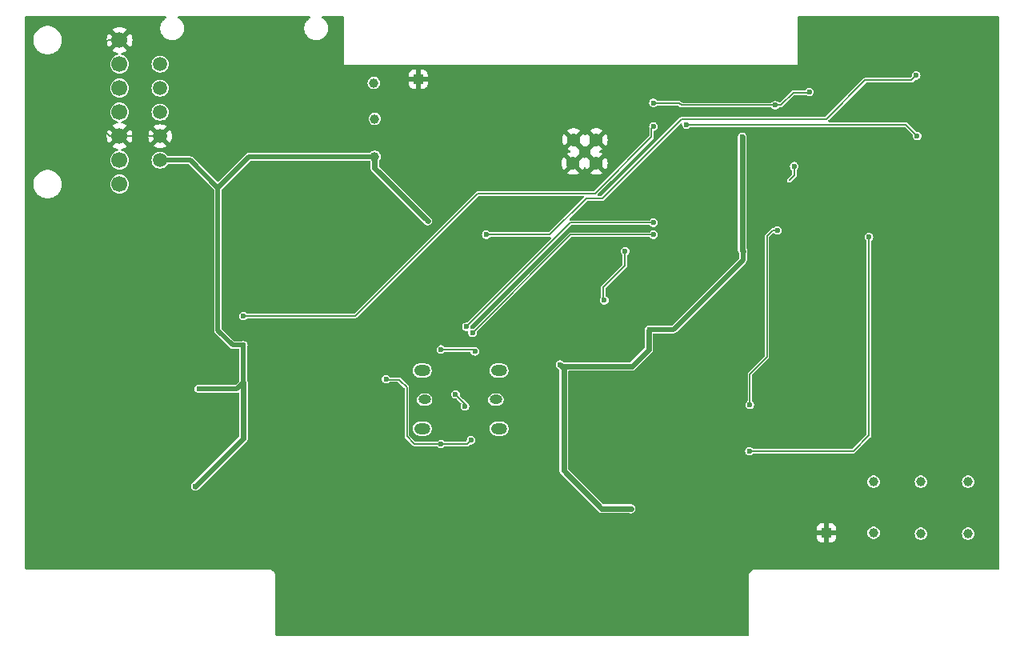
<source format=gtl>
%TF.GenerationSoftware,KiCad,Pcbnew,8.0.8*%
%TF.CreationDate,2025-02-16T18:41:09+09:00*%
%TF.ProjectId,PCB,5043422e-6b69-4636-9164-5f7063625858,rev?*%
%TF.SameCoordinates,Original*%
%TF.FileFunction,Copper,L1,Top*%
%TF.FilePolarity,Positive*%
%FSLAX46Y46*%
G04 Gerber Fmt 4.6, Leading zero omitted, Abs format (unit mm)*
G04 Created by KiCad (PCBNEW 8.0.8) date 2025-02-16 18:41:09*
%MOMM*%
%LPD*%
G01*
G04 APERTURE LIST*
%TA.AperFunction,ComponentPad*%
%ADD10C,1.000000*%
%TD*%
%TA.AperFunction,ComponentPad*%
%ADD11R,1.000000X1.000000*%
%TD*%
%TA.AperFunction,HeatsinkPad*%
%ADD12C,1.400000*%
%TD*%
%TA.AperFunction,HeatsinkPad*%
%ADD13C,1.300000*%
%TD*%
%TA.AperFunction,ComponentPad*%
%ADD14C,1.700000*%
%TD*%
%TA.AperFunction,ComponentPad*%
%ADD15C,1.500000*%
%TD*%
%TA.AperFunction,ComponentPad*%
%ADD16O,1.700000X1.200000*%
%TD*%
%TA.AperFunction,ComponentPad*%
%ADD17O,1.350000X0.950000*%
%TD*%
%TA.AperFunction,ViaPad*%
%ADD18C,0.450000*%
%TD*%
%TA.AperFunction,ViaPad*%
%ADD19C,0.600000*%
%TD*%
%TA.AperFunction,Conductor*%
%ADD20C,0.152400*%
%TD*%
%TA.AperFunction,Conductor*%
%ADD21C,0.500000*%
%TD*%
%TA.AperFunction,Conductor*%
%ADD22C,0.600000*%
%TD*%
%TA.AperFunction,Conductor*%
%ADD23C,0.200000*%
%TD*%
G04 APERTURE END LIST*
D10*
%TO.P,TP2,1,1*%
%TO.N,ESP32_IO48_EPAPER_BUSY*%
X179000000Y-102400000D03*
%TD*%
%TO.P,TP10,1,1*%
%TO.N,+3V3*%
X126200000Y-62600000D03*
%TD*%
%TO.P,TP3,1,1*%
%TO.N,ESP32_IO47_EPAPER_RST*%
X184000000Y-102500000D03*
%TD*%
D11*
%TO.P,TP11,1,1*%
%TO.N,GND*%
X130800000Y-54400000D03*
%TD*%
D10*
%TO.P,TP8,1,1*%
%TO.N,ESP32_IO01_SCL*%
X126100000Y-54800000D03*
%TD*%
%TO.P,TP4,1,1*%
%TO.N,ESP32_IO21_EPAPER_DC*%
X189000000Y-102500000D03*
%TD*%
%TO.P,TP5,1,1*%
%TO.N,ESP32_IO14_EPAPER_CS*%
X179000000Y-97000000D03*
%TD*%
D12*
%TO.P,U4,41,GND*%
%TO.N,GND*%
X149650000Y-63300000D03*
X149650000Y-60800000D03*
D13*
X148450000Y-62100000D03*
D12*
X147250000Y-60800000D03*
X147200000Y-63300000D03*
%TD*%
D14*
%TO.P,U1,1,SDO*%
%TO.N,GND*%
X99200000Y-50260000D03*
%TO.P,U1,2,SCK*%
%TO.N,ESP32_IO01_SCL*%
X99200000Y-52800000D03*
%TO.P,U1,3,SDI*%
%TO.N,ESP32_IO02_SDA*%
X99200000Y-55340000D03*
%TO.P,U1,4,CSB*%
%TO.N,+3V3*%
X99200000Y-57880000D03*
%TO.P,U1,5,GND*%
%TO.N,GND*%
X99200000Y-60420000D03*
%TO.P,U1,6,V_core*%
%TO.N,+3V3*%
X99200000Y-62960000D03*
%TO.P,U1,7,V_io*%
X99200000Y-65500000D03*
%TD*%
D10*
%TO.P,TP7,1,1*%
%TO.N,ESP32_IO12_EPAPER_MOSI*%
X189000000Y-97000000D03*
%TD*%
%TO.P,TP6,1,1*%
%TO.N,ESP32_IO13_EPAPER_SCK*%
X184000000Y-97000000D03*
%TD*%
D11*
%TO.P,TP1,1,1*%
%TO.N,GND*%
X174000000Y-102400000D03*
%TD*%
D15*
%TO.P,U5,1,SCL*%
%TO.N,ESP32_IO01_SCL*%
X103490000Y-52810000D03*
%TO.P,U5,2,SDA*%
%TO.N,ESP32_IO02_SDA*%
X103490000Y-55350000D03*
%TO.P,U5,3,IO4*%
%TO.N,unconnected-(U5-IO4-Pad3)*%
X103490000Y-57890000D03*
%TO.P,U5,4,GND*%
%TO.N,GND*%
X103490000Y-60430000D03*
%TO.P,U5,5,3V3*%
%TO.N,+3V3*%
X103490000Y-62970000D03*
%TD*%
D10*
%TO.P,TP9,1,1*%
%TO.N,ESP32_IO02_SDA*%
X126200000Y-58600000D03*
%TD*%
D16*
%TO.P,J1,*%
%TO.N,*%
X139350000Y-91370000D03*
X139350000Y-85230000D03*
D17*
X139025000Y-88300000D03*
X131475000Y-88300000D03*
D16*
X131240000Y-91370000D03*
X131240000Y-85230000D03*
%TD*%
D18*
%TO.N,GND*%
X92900000Y-101500000D03*
X163475000Y-72600000D03*
X172200000Y-57462500D03*
X113800000Y-95937500D03*
X150500000Y-80900000D03*
X174700000Y-51800000D03*
X163800000Y-54362500D03*
X113600000Y-104062500D03*
D19*
%TO.N,+3V3*%
X165200000Y-72600000D03*
X165100000Y-60500000D03*
X107200000Y-97500000D03*
X145800000Y-84600000D03*
X153350000Y-99850000D03*
X107590000Y-87155000D03*
X112300000Y-82550000D03*
X155250000Y-80900000D03*
X131800000Y-69400000D03*
%TO.N,ESP32_EN*%
X155700000Y-56900000D03*
X172200000Y-55737500D03*
X168600000Y-57150000D03*
%TO.N,EPAPER_PREVGL*%
X170600000Y-63612500D03*
X178500000Y-71100000D03*
X165850000Y-93750000D03*
%TO.N,EPAPER_PREVGH*%
X168800000Y-70400000D03*
X165900000Y-88850000D03*
%TO.N,ESP32_IO0*%
X138000000Y-70850000D03*
X183500000Y-54000000D03*
%TO.N,ESP32_IO20*%
X136550000Y-81250000D03*
X155700000Y-70850000D03*
%TO.N,ESP32_IO46*%
X152700000Y-72600000D03*
X150500000Y-77800000D03*
%TO.N,ESP32_IO19*%
X155700000Y-69580000D03*
X134750000Y-87750000D03*
X135750000Y-89000000D03*
X135900000Y-80600000D03*
%TO.N,ESP32_IO4*%
X159200000Y-59200000D03*
X183600000Y-60400000D03*
%TO.N,VBUS*%
X136800000Y-83200000D03*
X133200000Y-83000000D03*
X127400000Y-86137500D03*
X136400000Y-92600000D03*
X133200000Y-93000000D03*
%TO.N,ESP32_IO05_SD_SW*%
X112300000Y-79450000D03*
X155700000Y-59400000D03*
%TD*%
D20*
%TO.N,GND*%
X92800000Y-101600000D02*
X92800000Y-103200000D01*
X93662500Y-104062500D02*
X113600000Y-104062500D01*
X92900000Y-101500000D02*
X92800000Y-101600000D01*
X92800000Y-103200000D02*
X93662500Y-104062500D01*
X98120000Y-60420000D02*
X99200000Y-60420000D01*
X173300000Y-51800000D02*
X174700000Y-51800000D01*
X97940000Y-50260000D02*
X97100000Y-51100000D01*
X113600000Y-104062500D02*
X113600000Y-96137500D01*
X171500000Y-53600000D02*
X173300000Y-51800000D01*
X151400000Y-80900000D02*
X150500000Y-80900000D01*
X163475000Y-72600000D02*
X159700000Y-72600000D01*
X173100000Y-55200000D02*
X173100000Y-57000000D01*
X173100000Y-57000000D02*
X172637500Y-57462500D01*
X168937500Y-54362500D02*
X169700000Y-53600000D01*
X99200000Y-50260000D02*
X97940000Y-50260000D01*
X169700000Y-53600000D02*
X171500000Y-53600000D01*
X113600000Y-96137500D02*
X113800000Y-95937500D01*
X171500000Y-53600000D02*
X173100000Y-55200000D01*
X97100000Y-51100000D02*
X97100000Y-59400000D01*
X163800000Y-54362500D02*
X168937500Y-54362500D01*
X97100000Y-59400000D02*
X98120000Y-60420000D01*
X172637500Y-57462500D02*
X172200000Y-57462500D01*
X99200000Y-60420000D02*
X103480000Y-60420000D01*
X103480000Y-60420000D02*
X103490000Y-60430000D01*
X159700000Y-72600000D02*
X151400000Y-80900000D01*
D21*
%TO.N,+3V3*%
X109600000Y-65900000D02*
X106670000Y-62970000D01*
D22*
X145800000Y-84600000D02*
X146000000Y-84800000D01*
X126200000Y-63800000D02*
X126200000Y-62600000D01*
D21*
X112300000Y-86500000D02*
X112300000Y-82550000D01*
X109600000Y-65900000D02*
X112900000Y-62600000D01*
D22*
X155200000Y-80950000D02*
X155250000Y-80900000D01*
D21*
X107590000Y-87155000D02*
X111645000Y-87155000D01*
X157800000Y-80900000D02*
X155250000Y-80900000D01*
D22*
X107200000Y-97500000D02*
X112300000Y-92400000D01*
X155200000Y-83000000D02*
X155200000Y-80950000D01*
X150250000Y-99850000D02*
X153350000Y-99850000D01*
D21*
X165200000Y-72600000D02*
X165200000Y-73500000D01*
X112900000Y-62600000D02*
X126200000Y-62600000D01*
D22*
X112300000Y-92400000D02*
X112300000Y-86500000D01*
X165100000Y-72500000D02*
X165200000Y-72600000D01*
X146000000Y-84800000D02*
X153400000Y-84800000D01*
X165100000Y-60500000D02*
X165100000Y-72500000D01*
X153400000Y-84800000D02*
X155200000Y-83000000D01*
X146200000Y-95800000D02*
X146200000Y-85000000D01*
D21*
X111645000Y-87155000D02*
X112300000Y-86500000D01*
X109600000Y-81000000D02*
X109600000Y-65900000D01*
X106670000Y-62970000D02*
X103490000Y-62970000D01*
D22*
X146200000Y-95800000D02*
X150250000Y-99850000D01*
D21*
X112300000Y-82550000D02*
X111150000Y-82550000D01*
D22*
X131800000Y-69400000D02*
X126200000Y-63800000D01*
D21*
X165200000Y-73500000D02*
X157800000Y-80900000D01*
D22*
X153300000Y-99900000D02*
X153350000Y-99850000D01*
D21*
X111150000Y-82550000D02*
X109600000Y-81000000D01*
D22*
X146200000Y-85000000D02*
X145800000Y-84600000D01*
D23*
%TO.N,ESP32_EN*%
X158650000Y-57150000D02*
X168600000Y-57150000D01*
X155700000Y-56900000D02*
X158400000Y-56900000D01*
X169150000Y-57150000D02*
X170500000Y-55800000D01*
X158400000Y-56900000D02*
X158650000Y-57150000D01*
X172137500Y-55800000D02*
X172200000Y-55737500D01*
X168600000Y-57150000D02*
X169150000Y-57150000D01*
X170500000Y-55800000D02*
X172137500Y-55800000D01*
%TO.N,EPAPER_PREVGL*%
X170600000Y-63612500D02*
X170600000Y-64600000D01*
X170600000Y-64600000D02*
X170100000Y-65100000D01*
X178500000Y-92100000D02*
X176850000Y-93750000D01*
X178500000Y-71100000D02*
X178500000Y-92100000D01*
X176850000Y-93750000D02*
X165850000Y-93750000D01*
D20*
%TO.N,EPAPER_PREVGH*%
X168300000Y-70400000D02*
X167700000Y-71000000D01*
X168800000Y-70400000D02*
X168300000Y-70400000D01*
X167700000Y-71000000D02*
X167700000Y-83800000D01*
X165900000Y-85600000D02*
X165900000Y-88850000D01*
X167700000Y-83800000D02*
X165900000Y-85600000D01*
D23*
%TO.N,ESP32_IO0*%
X138000000Y-70850000D02*
X144750000Y-70850000D01*
X148600000Y-67000000D02*
X150300000Y-67000000D01*
X158700000Y-58600000D02*
X174000000Y-58600000D01*
X178100000Y-54500000D02*
X183000000Y-54500000D01*
X174000000Y-58600000D02*
X178100000Y-54500000D01*
X183000000Y-54500000D02*
X183500000Y-54000000D01*
X144750000Y-70850000D02*
X148600000Y-67000000D01*
X150300000Y-67000000D02*
X158700000Y-58600000D01*
D20*
%TO.N,ESP32_IO20*%
X136550000Y-81250000D02*
X146950000Y-70850000D01*
X146950000Y-70850000D02*
X155700000Y-70850000D01*
D23*
%TO.N,ESP32_IO46*%
X150400000Y-76400000D02*
X150400000Y-77700000D01*
X152700000Y-72600000D02*
X152700000Y-74100000D01*
X150400000Y-77700000D02*
X150500000Y-77800000D01*
X152700000Y-74100000D02*
X150400000Y-76400000D01*
D20*
%TO.N,ESP32_IO19*%
X146920000Y-69580000D02*
X155700000Y-69580000D01*
X135750000Y-88750000D02*
X135750000Y-89000000D01*
X134750000Y-87750000D02*
X135750000Y-88750000D01*
X135900000Y-80600000D02*
X146920000Y-69580000D01*
D23*
%TO.N,ESP32_IO4*%
X159200000Y-59200000D02*
X182400000Y-59200000D01*
X182400000Y-59200000D02*
X183600000Y-60400000D01*
D20*
%TO.N,VBUS*%
X129600000Y-92200000D02*
X129600000Y-87000000D01*
X133200000Y-83000000D02*
X136600000Y-83000000D01*
X128800000Y-86200000D02*
X127462500Y-86200000D01*
X127462500Y-86200000D02*
X127400000Y-86137500D01*
X133200000Y-93000000D02*
X130400000Y-93000000D01*
X136000000Y-93000000D02*
X133200000Y-93000000D01*
X130400000Y-93000000D02*
X129600000Y-92200000D01*
X136600000Y-83000000D02*
X136800000Y-83200000D01*
X129600000Y-87000000D02*
X128800000Y-86200000D01*
X136400000Y-92600000D02*
X136000000Y-93000000D01*
%TO.N,ESP32_IO05_SD_SW*%
X155500000Y-60500000D02*
X149500000Y-66500000D01*
X137100000Y-66500000D02*
X124150000Y-79450000D01*
X149500000Y-66500000D02*
X137100000Y-66500000D01*
X155500000Y-59600000D02*
X155500000Y-60500000D01*
X155700000Y-59400000D02*
X155500000Y-59600000D01*
X124150000Y-79450000D02*
X112300000Y-79450000D01*
%TD*%
%TA.AperFunction,Conductor*%
%TO.N,GND*%
G36*
X149603554Y-62900000D02*
G01*
X149597339Y-62900000D01*
X149495606Y-62927259D01*
X149404394Y-62979920D01*
X149329920Y-63054394D01*
X149277259Y-63145606D01*
X149250000Y-63247339D01*
X149250000Y-63253554D01*
X148550212Y-62553766D01*
X148550210Y-62553763D01*
X148496447Y-62500000D01*
X148502661Y-62500000D01*
X148604394Y-62472741D01*
X148695606Y-62420080D01*
X148770080Y-62345606D01*
X148822741Y-62254394D01*
X148850000Y-62152661D01*
X148850000Y-62146446D01*
X149603554Y-62900000D01*
G37*
%TD.AperFunction*%
%TA.AperFunction,Conductor*%
G36*
X148050000Y-62152661D02*
G01*
X148077259Y-62254394D01*
X148129920Y-62345606D01*
X148204394Y-62420080D01*
X148295606Y-62472741D01*
X148397339Y-62500000D01*
X148403553Y-62500000D01*
X147782999Y-63120554D01*
X147721676Y-63154039D01*
X147696844Y-63156708D01*
X147600000Y-63253553D01*
X147600000Y-63247339D01*
X147572741Y-63145606D01*
X147520080Y-63054394D01*
X147445606Y-62979920D01*
X147354394Y-62927259D01*
X147252661Y-62900000D01*
X147246445Y-62900000D01*
X147902356Y-62244090D01*
X147963679Y-62210605D01*
X147988511Y-62207935D01*
X148050000Y-62146446D01*
X148050000Y-62152661D01*
G37*
%TD.AperFunction*%
%TA.AperFunction,Conductor*%
G36*
X148280909Y-61477355D02*
G01*
X148314394Y-61538678D01*
X148317228Y-61565036D01*
X148317228Y-61613674D01*
X148403554Y-61700000D01*
X148397339Y-61700000D01*
X148295606Y-61727259D01*
X148204394Y-61779920D01*
X148129920Y-61854394D01*
X148077259Y-61945606D01*
X148050000Y-62047339D01*
X148050000Y-62053553D01*
X147454445Y-61457998D01*
X147420960Y-61396675D01*
X147418126Y-61370317D01*
X147418126Y-61321679D01*
X147296447Y-61200000D01*
X147302661Y-61200000D01*
X147404394Y-61172741D01*
X147495606Y-61120080D01*
X147570080Y-61045606D01*
X147622741Y-60954394D01*
X147650000Y-60852661D01*
X147650000Y-60846446D01*
X148280909Y-61477355D01*
G37*
%TD.AperFunction*%
%TA.AperFunction,Conductor*%
G36*
X149250000Y-60852661D02*
G01*
X149277259Y-60954394D01*
X149329920Y-61045606D01*
X149404394Y-61120080D01*
X149495606Y-61172741D01*
X149597339Y-61200000D01*
X149603554Y-61200000D01*
X149481873Y-61321680D01*
X149481873Y-61370318D01*
X149462188Y-61437357D01*
X149445554Y-61457999D01*
X148850000Y-62053552D01*
X148850000Y-62047339D01*
X148822741Y-61945606D01*
X148770080Y-61854394D01*
X148695606Y-61779920D01*
X148604394Y-61727259D01*
X148502661Y-61700000D01*
X148496446Y-61700000D01*
X148582771Y-61613675D01*
X148582771Y-61565037D01*
X148602456Y-61497998D01*
X148619090Y-61477356D01*
X149250000Y-60846446D01*
X149250000Y-60852661D01*
G37*
%TD.AperFunction*%
%TA.AperFunction,Conductor*%
G36*
X104107250Y-47720185D02*
G01*
X104153005Y-47772989D01*
X104162949Y-47842147D01*
X104133924Y-47905703D01*
X104108364Y-47927374D01*
X104108537Y-47927612D01*
X104105370Y-47929912D01*
X104104995Y-47930231D01*
X104104594Y-47930476D01*
X104013741Y-47996485D01*
X103945354Y-48046172D01*
X103945352Y-48046174D01*
X103945351Y-48046174D01*
X103806174Y-48185351D01*
X103806174Y-48185352D01*
X103806172Y-48185354D01*
X103756485Y-48253741D01*
X103690476Y-48344594D01*
X103601117Y-48519970D01*
X103540290Y-48707173D01*
X103509500Y-48901577D01*
X103509500Y-49098422D01*
X103540290Y-49292826D01*
X103601117Y-49480029D01*
X103690476Y-49655405D01*
X103806172Y-49814646D01*
X103945354Y-49953828D01*
X104104595Y-50069524D01*
X104187455Y-50111743D01*
X104279970Y-50158882D01*
X104279972Y-50158882D01*
X104279975Y-50158884D01*
X104368326Y-50187591D01*
X104467173Y-50219709D01*
X104661578Y-50250500D01*
X104661583Y-50250500D01*
X104858422Y-50250500D01*
X105052826Y-50219709D01*
X105240025Y-50158884D01*
X105415405Y-50069524D01*
X105574646Y-49953828D01*
X105713828Y-49814646D01*
X105829524Y-49655405D01*
X105918884Y-49480025D01*
X105979709Y-49292826D01*
X106007797Y-49115485D01*
X106010500Y-49098422D01*
X106010500Y-48901577D01*
X105979709Y-48707173D01*
X105918882Y-48519970D01*
X105829523Y-48344594D01*
X105713828Y-48185354D01*
X105574646Y-48046172D01*
X105415405Y-47930476D01*
X105415005Y-47930231D01*
X105414884Y-47930098D01*
X105411463Y-47927612D01*
X105411985Y-47926893D01*
X105368127Y-47878422D01*
X105356700Y-47809493D01*
X105384354Y-47745329D01*
X105442307Y-47706301D01*
X105479789Y-47700500D01*
X119280211Y-47700500D01*
X119347250Y-47720185D01*
X119393005Y-47772989D01*
X119402949Y-47842147D01*
X119373924Y-47905703D01*
X119348364Y-47927374D01*
X119348537Y-47927612D01*
X119345370Y-47929912D01*
X119344995Y-47930231D01*
X119344594Y-47930476D01*
X119253741Y-47996485D01*
X119185354Y-48046172D01*
X119185352Y-48046174D01*
X119185351Y-48046174D01*
X119046174Y-48185351D01*
X119046174Y-48185352D01*
X119046172Y-48185354D01*
X118996485Y-48253741D01*
X118930476Y-48344594D01*
X118841117Y-48519970D01*
X118780290Y-48707173D01*
X118749500Y-48901577D01*
X118749500Y-49098422D01*
X118780290Y-49292826D01*
X118841117Y-49480029D01*
X118930476Y-49655405D01*
X119046172Y-49814646D01*
X119185354Y-49953828D01*
X119344595Y-50069524D01*
X119427455Y-50111743D01*
X119519970Y-50158882D01*
X119519972Y-50158882D01*
X119519975Y-50158884D01*
X119608326Y-50187591D01*
X119707173Y-50219709D01*
X119901578Y-50250500D01*
X119901583Y-50250500D01*
X120098422Y-50250500D01*
X120292826Y-50219709D01*
X120480025Y-50158884D01*
X120655405Y-50069524D01*
X120814646Y-49953828D01*
X120953828Y-49814646D01*
X121069524Y-49655405D01*
X121158884Y-49480025D01*
X121219709Y-49292826D01*
X121247797Y-49115485D01*
X121250500Y-49098422D01*
X121250500Y-48901577D01*
X121219709Y-48707173D01*
X121158882Y-48519970D01*
X121069523Y-48344594D01*
X120953828Y-48185354D01*
X120814646Y-48046172D01*
X120655405Y-47930476D01*
X120655005Y-47930231D01*
X120654884Y-47930098D01*
X120651463Y-47927612D01*
X120651985Y-47926893D01*
X120608127Y-47878422D01*
X120596700Y-47809493D01*
X120624354Y-47745329D01*
X120682307Y-47706301D01*
X120719789Y-47700500D01*
X122826000Y-47700500D01*
X122893039Y-47720185D01*
X122938794Y-47772989D01*
X122950000Y-47824500D01*
X122950000Y-52850000D01*
X170950000Y-52850000D01*
X170950000Y-47824500D01*
X170969685Y-47757461D01*
X171022489Y-47711706D01*
X171074000Y-47700500D01*
X192175500Y-47700500D01*
X192242539Y-47720185D01*
X192288294Y-47772989D01*
X192299500Y-47824500D01*
X192299500Y-106175500D01*
X192279815Y-106242539D01*
X192227011Y-106288294D01*
X192175500Y-106299500D01*
X166431005Y-106299500D01*
X166295677Y-106326418D01*
X166295667Y-106326421D01*
X166168195Y-106379221D01*
X166168182Y-106379228D01*
X166053458Y-106455885D01*
X166053454Y-106455888D01*
X165955888Y-106553454D01*
X165955885Y-106553458D01*
X165879228Y-106668182D01*
X165879221Y-106668195D01*
X165826421Y-106795667D01*
X165826418Y-106795677D01*
X165799500Y-106931004D01*
X165799500Y-113175500D01*
X165779815Y-113242539D01*
X165727011Y-113288294D01*
X165675500Y-113299500D01*
X115824500Y-113299500D01*
X115757461Y-113279815D01*
X115711706Y-113227011D01*
X115700500Y-113175500D01*
X115700500Y-106931004D01*
X115673581Y-106795677D01*
X115673580Y-106795676D01*
X115673580Y-106795672D01*
X115673578Y-106795667D01*
X115620778Y-106668195D01*
X115620771Y-106668182D01*
X115544114Y-106553458D01*
X115544111Y-106553454D01*
X115446545Y-106455888D01*
X115446541Y-106455885D01*
X115331817Y-106379228D01*
X115331804Y-106379221D01*
X115204332Y-106326421D01*
X115204322Y-106326418D01*
X115068995Y-106299500D01*
X115068993Y-106299500D01*
X89324500Y-106299500D01*
X89257461Y-106279815D01*
X89211706Y-106227011D01*
X89200500Y-106175500D01*
X89200500Y-102947844D01*
X173000000Y-102947844D01*
X173006401Y-103007372D01*
X173006403Y-103007379D01*
X173056645Y-103142086D01*
X173056649Y-103142093D01*
X173142809Y-103257187D01*
X173142812Y-103257190D01*
X173257906Y-103343350D01*
X173257913Y-103343354D01*
X173392620Y-103393596D01*
X173392627Y-103393598D01*
X173452155Y-103399999D01*
X173452172Y-103400000D01*
X173750000Y-103400000D01*
X174250000Y-103400000D01*
X174547828Y-103400000D01*
X174547844Y-103399999D01*
X174607372Y-103393598D01*
X174607379Y-103393596D01*
X174742086Y-103343354D01*
X174742093Y-103343350D01*
X174857187Y-103257190D01*
X174857190Y-103257187D01*
X174943350Y-103142093D01*
X174943354Y-103142086D01*
X174993596Y-103007379D01*
X174993598Y-103007372D01*
X174999999Y-102947844D01*
X175000000Y-102947827D01*
X175000000Y-102650000D01*
X174250000Y-102650000D01*
X174250000Y-103400000D01*
X173750000Y-103400000D01*
X173750000Y-102650000D01*
X173000000Y-102650000D01*
X173000000Y-102947844D01*
X89200500Y-102947844D01*
X89200500Y-102350272D01*
X173750000Y-102350272D01*
X173750000Y-102449728D01*
X173788060Y-102541614D01*
X173858386Y-102611940D01*
X173950272Y-102650000D01*
X174049728Y-102650000D01*
X174141614Y-102611940D01*
X174211940Y-102541614D01*
X174250000Y-102449728D01*
X174250000Y-102400000D01*
X178342305Y-102400000D01*
X178361415Y-102557396D01*
X178396536Y-102650000D01*
X178417640Y-102705646D01*
X178507708Y-102836132D01*
X178626387Y-102941272D01*
X178626389Y-102941273D01*
X178626393Y-102941276D01*
X178752328Y-103007372D01*
X178766778Y-103014956D01*
X178920724Y-103052900D01*
X179079276Y-103052900D01*
X179233222Y-103014956D01*
X179316475Y-102971260D01*
X179373606Y-102941276D01*
X179373607Y-102941274D01*
X179373613Y-102941272D01*
X179492292Y-102836132D01*
X179582360Y-102705646D01*
X179638584Y-102557397D01*
X179645553Y-102500000D01*
X183342305Y-102500000D01*
X183361415Y-102657396D01*
X183379715Y-102705648D01*
X183417640Y-102805646D01*
X183507708Y-102936132D01*
X183626387Y-103041272D01*
X183626389Y-103041273D01*
X183626393Y-103041276D01*
X183766776Y-103114955D01*
X183766778Y-103114956D01*
X183920724Y-103152900D01*
X184079276Y-103152900D01*
X184233222Y-103114956D01*
X184351458Y-103052900D01*
X184373606Y-103041276D01*
X184373607Y-103041274D01*
X184373613Y-103041272D01*
X184492292Y-102936132D01*
X184582360Y-102805646D01*
X184638584Y-102657397D01*
X184657695Y-102500000D01*
X188342305Y-102500000D01*
X188361415Y-102657396D01*
X188379715Y-102705648D01*
X188417640Y-102805646D01*
X188507708Y-102936132D01*
X188626387Y-103041272D01*
X188626389Y-103041273D01*
X188626393Y-103041276D01*
X188766776Y-103114955D01*
X188766778Y-103114956D01*
X188920724Y-103152900D01*
X189079276Y-103152900D01*
X189233222Y-103114956D01*
X189351458Y-103052900D01*
X189373606Y-103041276D01*
X189373607Y-103041274D01*
X189373613Y-103041272D01*
X189492292Y-102936132D01*
X189582360Y-102805646D01*
X189638584Y-102657397D01*
X189657695Y-102500000D01*
X189638584Y-102342603D01*
X189582360Y-102194354D01*
X189492292Y-102063868D01*
X189373613Y-101958728D01*
X189373611Y-101958727D01*
X189373610Y-101958726D01*
X189373606Y-101958723D01*
X189233223Y-101885044D01*
X189079276Y-101847100D01*
X188920724Y-101847100D01*
X188766776Y-101885044D01*
X188626393Y-101958723D01*
X188626389Y-101958726D01*
X188507707Y-102063868D01*
X188417641Y-102194351D01*
X188361415Y-102342603D01*
X188342305Y-102500000D01*
X184657695Y-102500000D01*
X184638584Y-102342603D01*
X184582360Y-102194354D01*
X184492292Y-102063868D01*
X184373613Y-101958728D01*
X184373611Y-101958727D01*
X184373610Y-101958726D01*
X184373606Y-101958723D01*
X184233223Y-101885044D01*
X184079276Y-101847100D01*
X183920724Y-101847100D01*
X183766776Y-101885044D01*
X183626393Y-101958723D01*
X183626389Y-101958726D01*
X183507707Y-102063868D01*
X183417641Y-102194351D01*
X183361415Y-102342603D01*
X183342305Y-102500000D01*
X179645553Y-102500000D01*
X179657695Y-102400000D01*
X179638584Y-102242603D01*
X179582360Y-102094354D01*
X179492292Y-101963868D01*
X179373613Y-101858728D01*
X179373611Y-101858727D01*
X179373610Y-101858726D01*
X179373606Y-101858723D01*
X179233223Y-101785044D01*
X179079276Y-101747100D01*
X178920724Y-101747100D01*
X178766776Y-101785044D01*
X178626393Y-101858723D01*
X178626389Y-101858726D01*
X178507707Y-101963868D01*
X178417641Y-102094351D01*
X178361415Y-102242603D01*
X178342305Y-102400000D01*
X174250000Y-102400000D01*
X174250000Y-102350272D01*
X174211940Y-102258386D01*
X174141614Y-102188060D01*
X174049728Y-102150000D01*
X174250000Y-102150000D01*
X175000000Y-102150000D01*
X175000000Y-101852172D01*
X174999999Y-101852155D01*
X174993598Y-101792627D01*
X174993596Y-101792620D01*
X174943354Y-101657913D01*
X174943350Y-101657906D01*
X174857190Y-101542812D01*
X174857187Y-101542809D01*
X174742093Y-101456649D01*
X174742086Y-101456645D01*
X174607379Y-101406403D01*
X174607372Y-101406401D01*
X174547844Y-101400000D01*
X174250000Y-101400000D01*
X174250000Y-102150000D01*
X174049728Y-102150000D01*
X173950272Y-102150000D01*
X173858386Y-102188060D01*
X173788060Y-102258386D01*
X173750000Y-102350272D01*
X89200500Y-102350272D01*
X89200500Y-101852155D01*
X173000000Y-101852155D01*
X173000000Y-102150000D01*
X173750000Y-102150000D01*
X173750000Y-101400000D01*
X173452155Y-101400000D01*
X173392627Y-101406401D01*
X173392620Y-101406403D01*
X173257913Y-101456645D01*
X173257906Y-101456649D01*
X173142812Y-101542809D01*
X173142809Y-101542812D01*
X173056649Y-101657906D01*
X173056645Y-101657913D01*
X173006403Y-101792620D01*
X173006401Y-101792627D01*
X173000000Y-101852155D01*
X89200500Y-101852155D01*
X89200500Y-65381902D01*
X90079500Y-65381902D01*
X90079500Y-65618097D01*
X90116446Y-65851368D01*
X90189433Y-66075996D01*
X90296104Y-66285347D01*
X90296657Y-66286433D01*
X90435483Y-66477510D01*
X90602490Y-66644517D01*
X90793567Y-66783343D01*
X90797999Y-66785601D01*
X91004003Y-66890566D01*
X91004005Y-66890566D01*
X91004008Y-66890568D01*
X91124412Y-66929689D01*
X91228631Y-66963553D01*
X91461903Y-67000500D01*
X91461908Y-67000500D01*
X91698097Y-67000500D01*
X91931368Y-66963553D01*
X92155992Y-66890568D01*
X92366433Y-66783343D01*
X92557510Y-66644517D01*
X92724517Y-66477510D01*
X92863343Y-66286433D01*
X92970568Y-66075992D01*
X93043553Y-65851368D01*
X93080500Y-65618097D01*
X93080500Y-65500000D01*
X98192247Y-65500000D01*
X98211610Y-65696599D01*
X98211610Y-65696601D01*
X98211611Y-65696603D01*
X98268958Y-65885650D01*
X98362084Y-66059878D01*
X98362086Y-66059881D01*
X98487410Y-66212589D01*
X98640118Y-66337913D01*
X98640122Y-66337916D01*
X98814350Y-66431042D01*
X99003397Y-66488389D01*
X99200000Y-66507753D01*
X99396603Y-66488389D01*
X99585650Y-66431042D01*
X99759878Y-66337916D01*
X99912589Y-66212589D01*
X100037916Y-66059878D01*
X100131042Y-65885650D01*
X100188389Y-65696603D01*
X100207753Y-65500000D01*
X100188389Y-65303397D01*
X100131042Y-65114350D01*
X100037916Y-64940122D01*
X100024692Y-64924008D01*
X99912589Y-64787410D01*
X99759881Y-64662086D01*
X99759879Y-64662085D01*
X99759878Y-64662084D01*
X99585650Y-64568958D01*
X99396603Y-64511611D01*
X99396601Y-64511610D01*
X99396599Y-64511610D01*
X99200000Y-64492247D01*
X99003400Y-64511610D01*
X98814350Y-64568958D01*
X98640118Y-64662086D01*
X98487410Y-64787410D01*
X98362086Y-64940118D01*
X98268958Y-65114350D01*
X98211610Y-65303400D01*
X98192247Y-65500000D01*
X93080500Y-65500000D01*
X93080500Y-65381902D01*
X93043553Y-65148631D01*
X93009689Y-65044412D01*
X92970568Y-64924008D01*
X92970566Y-64924005D01*
X92970566Y-64924003D01*
X92900968Y-64787410D01*
X92863343Y-64713567D01*
X92724517Y-64522490D01*
X92557510Y-64355483D01*
X92366433Y-64216657D01*
X92155996Y-64109433D01*
X91931368Y-64036446D01*
X91698097Y-63999500D01*
X91698092Y-63999500D01*
X91461908Y-63999500D01*
X91461903Y-63999500D01*
X91228631Y-64036446D01*
X91004003Y-64109433D01*
X90793566Y-64216657D01*
X90684550Y-64295862D01*
X90602490Y-64355483D01*
X90602488Y-64355485D01*
X90602487Y-64355485D01*
X90435485Y-64522487D01*
X90435485Y-64522488D01*
X90435483Y-64522490D01*
X90401722Y-64568958D01*
X90296657Y-64713566D01*
X90189433Y-64924003D01*
X90116446Y-65148631D01*
X90079500Y-65381902D01*
X89200500Y-65381902D01*
X89200500Y-60419998D01*
X97844843Y-60419998D01*
X97844843Y-60420001D01*
X97865430Y-60655315D01*
X97865432Y-60655326D01*
X97926566Y-60883483D01*
X97926570Y-60883492D01*
X98026398Y-61097576D01*
X98085073Y-61181372D01*
X98676212Y-60590233D01*
X98687482Y-60632292D01*
X98759890Y-60757708D01*
X98862292Y-60860110D01*
X98987708Y-60932518D01*
X99029766Y-60943787D01*
X98438626Y-61534926D01*
X98522417Y-61593598D01*
X98522421Y-61593600D01*
X98736507Y-61693429D01*
X98736516Y-61693433D01*
X98945718Y-61749488D01*
X99005379Y-61785853D01*
X99035908Y-61848700D01*
X99027613Y-61918075D01*
X98983128Y-61971953D01*
X98949621Y-61987923D01*
X98814354Y-62028956D01*
X98640118Y-62122086D01*
X98487410Y-62247410D01*
X98362086Y-62400118D01*
X98268958Y-62574350D01*
X98211610Y-62763400D01*
X98192247Y-62960000D01*
X98211610Y-63156599D01*
X98211610Y-63156601D01*
X98211611Y-63156603D01*
X98268958Y-63345650D01*
X98362084Y-63519878D01*
X98362086Y-63519881D01*
X98487410Y-63672589D01*
X98640118Y-63797913D01*
X98640122Y-63797916D01*
X98814350Y-63891042D01*
X99003397Y-63948389D01*
X99200000Y-63967753D01*
X99396603Y-63948389D01*
X99585650Y-63891042D01*
X99759878Y-63797916D01*
X99912589Y-63672589D01*
X100037916Y-63519878D01*
X100131042Y-63345650D01*
X100188389Y-63156603D01*
X100206768Y-62970000D01*
X102582127Y-62970000D01*
X102601966Y-63158757D01*
X102601967Y-63158760D01*
X102660614Y-63339258D01*
X102660619Y-63339270D01*
X102755511Y-63503629D01*
X102755513Y-63503632D01*
X102793307Y-63545606D01*
X102882514Y-63644681D01*
X102939787Y-63686292D01*
X103036063Y-63756241D01*
X103209447Y-63833437D01*
X103209452Y-63833439D01*
X103395101Y-63872900D01*
X103584899Y-63872900D01*
X103770548Y-63833439D01*
X103943937Y-63756241D01*
X104097486Y-63644681D01*
X104224485Y-63503634D01*
X104252914Y-63454394D01*
X104264169Y-63434900D01*
X104314736Y-63386684D01*
X104371556Y-63372900D01*
X106451752Y-63372900D01*
X106518791Y-63392585D01*
X106539433Y-63409219D01*
X109160781Y-66030567D01*
X109194266Y-66091890D01*
X109197100Y-66118248D01*
X109197100Y-80939344D01*
X109197099Y-80939362D01*
X109197099Y-80946957D01*
X109197099Y-81053043D01*
X109199918Y-81063562D01*
X109215100Y-81120224D01*
X109224555Y-81155509D01*
X109224557Y-81155514D01*
X109277598Y-81247386D01*
X109359674Y-81329462D01*
X109359688Y-81329474D01*
X110822211Y-82791997D01*
X110822226Y-82792014D01*
X110827598Y-82797386D01*
X110827599Y-82797387D01*
X110902613Y-82872401D01*
X110994486Y-82925443D01*
X111016136Y-82931243D01*
X111016140Y-82931246D01*
X111016141Y-82931245D01*
X111096957Y-82952901D01*
X111210639Y-82952901D01*
X111210655Y-82952900D01*
X111773100Y-82952900D01*
X111840139Y-82972585D01*
X111885894Y-83025389D01*
X111897100Y-83076900D01*
X111897100Y-86258816D01*
X111880489Y-86320812D01*
X111877967Y-86325180D01*
X111877963Y-86325190D01*
X111876657Y-86330064D01*
X111844564Y-86385648D01*
X111514431Y-86715782D01*
X111453110Y-86749266D01*
X111426752Y-86752100D01*
X107836190Y-86752100D01*
X107784680Y-86740895D01*
X107780078Y-86738793D01*
X107780076Y-86738792D01*
X107655117Y-86702100D01*
X107524883Y-86702100D01*
X107524882Y-86702100D01*
X107462403Y-86720446D01*
X107399924Y-86738792D01*
X107399921Y-86738794D01*
X107290366Y-86809198D01*
X107290366Y-86809199D01*
X107205079Y-86907625D01*
X107205078Y-86907627D01*
X107150976Y-87026091D01*
X107132443Y-87155000D01*
X107150976Y-87283908D01*
X107157001Y-87297100D01*
X107205079Y-87402374D01*
X107290364Y-87500799D01*
X107290366Y-87500800D01*
X107290366Y-87500801D01*
X107334188Y-87528962D01*
X107399924Y-87571208D01*
X107499903Y-87600565D01*
X107524882Y-87607900D01*
X107524883Y-87607900D01*
X107655117Y-87607900D01*
X107780076Y-87571208D01*
X107780084Y-87571202D01*
X107784680Y-87569105D01*
X107836190Y-87557900D01*
X111584345Y-87557900D01*
X111584361Y-87557901D01*
X111591957Y-87557901D01*
X111698043Y-87557901D01*
X111706102Y-87556840D01*
X111706539Y-87560165D01*
X111760799Y-87561431D01*
X111818680Y-87600565D01*
X111846216Y-87664780D01*
X111847100Y-87679561D01*
X111847100Y-92161040D01*
X111827415Y-92228079D01*
X111810781Y-92248721D01*
X106923608Y-97135893D01*
X106902974Y-97152523D01*
X106900364Y-97154199D01*
X106871214Y-97187840D01*
X106865187Y-97194314D01*
X106837590Y-97221911D01*
X106837586Y-97221917D01*
X106835310Y-97225859D01*
X106821655Y-97245034D01*
X106815080Y-97252623D01*
X106815077Y-97252626D01*
X106799441Y-97286863D01*
X106794039Y-97297342D01*
X106777964Y-97325187D01*
X106774997Y-97336259D01*
X106768019Y-97355670D01*
X106760977Y-97371089D01*
X106760976Y-97371091D01*
X106756599Y-97401532D01*
X106753638Y-97415969D01*
X106747100Y-97440369D01*
X106747100Y-97458739D01*
X106745838Y-97476385D01*
X106742443Y-97499999D01*
X106745838Y-97523612D01*
X106747100Y-97541259D01*
X106747100Y-97559625D01*
X106753637Y-97584024D01*
X106756598Y-97598462D01*
X106760976Y-97628905D01*
X106760978Y-97628913D01*
X106768016Y-97644322D01*
X106774996Y-97663737D01*
X106777963Y-97674811D01*
X106777966Y-97674817D01*
X106794041Y-97702661D01*
X106799447Y-97713146D01*
X106815078Y-97747373D01*
X106821647Y-97754954D01*
X106835312Y-97774142D01*
X106837590Y-97778087D01*
X106837591Y-97778088D01*
X106865176Y-97805673D01*
X106871207Y-97812151D01*
X106900361Y-97845796D01*
X106900364Y-97845799D01*
X106902971Y-97847474D01*
X106915428Y-97857513D01*
X106915467Y-97857463D01*
X106921908Y-97862405D01*
X106921913Y-97862410D01*
X106961695Y-97885378D01*
X106966670Y-97888411D01*
X107009924Y-97916208D01*
X107009927Y-97916209D01*
X107009929Y-97916210D01*
X107011220Y-97916800D01*
X107020152Y-97919951D01*
X107025181Y-97922034D01*
X107025185Y-97922035D01*
X107025187Y-97922036D01*
X107076209Y-97935706D01*
X107078985Y-97936486D01*
X107088994Y-97939424D01*
X107134883Y-97952900D01*
X107134885Y-97952900D01*
X107265115Y-97952900D01*
X107265117Y-97952900D01*
X107321081Y-97936466D01*
X107323722Y-97935724D01*
X107374813Y-97922036D01*
X107374817Y-97922033D01*
X107379826Y-97919959D01*
X107388772Y-97916803D01*
X107390070Y-97916209D01*
X107390076Y-97916208D01*
X107433296Y-97888431D01*
X107438330Y-97885363D01*
X107438344Y-97885355D01*
X107478087Y-97862410D01*
X107478091Y-97862405D01*
X107484538Y-97857460D01*
X107484577Y-97857510D01*
X107497036Y-97847469D01*
X107499636Y-97845799D01*
X107528791Y-97812150D01*
X107534810Y-97805685D01*
X112662410Y-92678088D01*
X112722036Y-92574813D01*
X112752900Y-92459625D01*
X112752900Y-92340375D01*
X112752900Y-86440375D01*
X112722036Y-86325187D01*
X112722033Y-86325182D01*
X112722033Y-86325180D01*
X112719511Y-86320812D01*
X112702900Y-86258816D01*
X112702900Y-86137500D01*
X126942443Y-86137500D01*
X126960976Y-86266408D01*
X127004703Y-86362155D01*
X127015079Y-86384874D01*
X127100364Y-86483299D01*
X127100366Y-86483300D01*
X127100366Y-86483301D01*
X127144188Y-86511462D01*
X127209924Y-86553708D01*
X127311765Y-86583612D01*
X127334882Y-86590400D01*
X127334883Y-86590400D01*
X127465118Y-86590400D01*
X127484625Y-86584671D01*
X127590076Y-86553708D01*
X127699636Y-86483299D01*
X127699637Y-86483298D01*
X127709516Y-86471898D01*
X127768293Y-86434123D01*
X127803229Y-86429100D01*
X128653741Y-86429100D01*
X128720780Y-86448785D01*
X128741422Y-86465419D01*
X129334581Y-87058577D01*
X129368066Y-87119900D01*
X129370900Y-87146258D01*
X129370900Y-92245568D01*
X129370901Y-92245573D01*
X129405775Y-92329769D01*
X129405776Y-92329771D01*
X129405778Y-92329775D01*
X129405779Y-92329776D01*
X129405780Y-92329777D01*
X130270223Y-93194220D01*
X130270224Y-93194220D01*
X130270226Y-93194222D01*
X130319546Y-93214650D01*
X130319549Y-93214652D01*
X130319550Y-93214652D01*
X130329767Y-93218884D01*
X130354429Y-93229100D01*
X130354430Y-93229100D01*
X130445570Y-93229100D01*
X132742616Y-93229100D01*
X132809655Y-93248785D01*
X132836329Y-93271898D01*
X132900362Y-93345797D01*
X132900366Y-93345801D01*
X132944188Y-93373962D01*
X133009924Y-93416208D01*
X133111765Y-93446112D01*
X133134882Y-93452900D01*
X133134883Y-93452900D01*
X133265118Y-93452900D01*
X133284625Y-93447171D01*
X133390076Y-93416208D01*
X133499636Y-93345799D01*
X133563671Y-93271897D01*
X133622449Y-93234123D01*
X133657384Y-93229100D01*
X136045569Y-93229100D01*
X136045570Y-93229100D01*
X136045571Y-93229100D01*
X136070233Y-93218884D01*
X136129775Y-93194222D01*
X136235225Y-93088770D01*
X136296546Y-93055287D01*
X136326014Y-93054234D01*
X136326014Y-93052900D01*
X136465118Y-93052900D01*
X136484625Y-93047171D01*
X136590076Y-93016208D01*
X136699636Y-92945799D01*
X136784921Y-92847374D01*
X136839023Y-92728909D01*
X136857557Y-92600000D01*
X136839023Y-92471091D01*
X136784921Y-92352626D01*
X136699636Y-92254201D01*
X136699633Y-92254199D01*
X136699633Y-92254198D01*
X136617466Y-92201394D01*
X136590076Y-92183792D01*
X136506770Y-92159330D01*
X136465118Y-92147100D01*
X136465117Y-92147100D01*
X136334883Y-92147100D01*
X136334882Y-92147100D01*
X136272403Y-92165446D01*
X136209924Y-92183792D01*
X136191028Y-92195935D01*
X136100366Y-92254198D01*
X136100366Y-92254199D01*
X136015079Y-92352625D01*
X136015078Y-92352627D01*
X135960976Y-92471091D01*
X135942443Y-92600000D01*
X135946649Y-92629254D01*
X135936705Y-92698412D01*
X135890950Y-92751216D01*
X135823911Y-92770900D01*
X133657384Y-92770900D01*
X133590345Y-92751215D01*
X133563671Y-92728102D01*
X133499637Y-92654202D01*
X133499633Y-92654198D01*
X133415296Y-92600000D01*
X133390076Y-92583792D01*
X133306770Y-92559330D01*
X133265118Y-92547100D01*
X133265117Y-92547100D01*
X133134883Y-92547100D01*
X133134882Y-92547100D01*
X133072403Y-92565446D01*
X133009924Y-92583792D01*
X133009921Y-92583794D01*
X132900366Y-92654198D01*
X132900362Y-92654202D01*
X132836329Y-92728102D01*
X132777551Y-92765877D01*
X132742616Y-92770900D01*
X130546258Y-92770900D01*
X130479219Y-92751215D01*
X130458577Y-92734581D01*
X129865419Y-92141422D01*
X129831934Y-92080099D01*
X129829100Y-92053741D01*
X129829100Y-91295841D01*
X130237100Y-91295841D01*
X130237100Y-91444158D01*
X130266031Y-91589605D01*
X130266033Y-91589613D01*
X130322789Y-91726633D01*
X130405182Y-91849944D01*
X130405188Y-91849951D01*
X130510048Y-91954811D01*
X130510055Y-91954817D01*
X130633366Y-92037210D01*
X130633367Y-92037210D01*
X130633368Y-92037211D01*
X130770387Y-92093967D01*
X130915841Y-92122899D01*
X130915845Y-92122900D01*
X130915846Y-92122900D01*
X131564155Y-92122900D01*
X131564156Y-92122899D01*
X131709613Y-92093967D01*
X131846632Y-92037211D01*
X131969946Y-91954816D01*
X132074816Y-91849946D01*
X132157211Y-91726632D01*
X132213967Y-91589613D01*
X132242900Y-91444154D01*
X132242900Y-91295846D01*
X132242899Y-91295841D01*
X138347100Y-91295841D01*
X138347100Y-91444158D01*
X138376031Y-91589605D01*
X138376033Y-91589613D01*
X138432789Y-91726633D01*
X138515182Y-91849944D01*
X138515188Y-91849951D01*
X138620048Y-91954811D01*
X138620055Y-91954817D01*
X138743366Y-92037210D01*
X138743367Y-92037210D01*
X138743368Y-92037211D01*
X138880387Y-92093967D01*
X139025841Y-92122899D01*
X139025845Y-92122900D01*
X139025846Y-92122900D01*
X139674155Y-92122900D01*
X139674156Y-92122899D01*
X139819613Y-92093967D01*
X139956632Y-92037211D01*
X140079946Y-91954816D01*
X140184816Y-91849946D01*
X140267211Y-91726632D01*
X140323967Y-91589613D01*
X140352900Y-91444154D01*
X140352900Y-91295846D01*
X140323967Y-91150387D01*
X140267211Y-91013368D01*
X140184816Y-90890054D01*
X140184811Y-90890048D01*
X140079951Y-90785188D01*
X140079944Y-90785182D01*
X139956633Y-90702789D01*
X139819613Y-90646033D01*
X139819605Y-90646031D01*
X139674158Y-90617100D01*
X139674154Y-90617100D01*
X139025846Y-90617100D01*
X139025841Y-90617100D01*
X138880394Y-90646031D01*
X138880386Y-90646033D01*
X138743366Y-90702789D01*
X138620055Y-90785182D01*
X138620048Y-90785188D01*
X138515188Y-90890048D01*
X138515182Y-90890055D01*
X138432789Y-91013366D01*
X138376033Y-91150386D01*
X138376031Y-91150394D01*
X138347100Y-91295841D01*
X132242899Y-91295841D01*
X132213967Y-91150387D01*
X132157211Y-91013368D01*
X132074816Y-90890054D01*
X132074811Y-90890048D01*
X131969951Y-90785188D01*
X131969944Y-90785182D01*
X131846633Y-90702789D01*
X131709613Y-90646033D01*
X131709605Y-90646031D01*
X131564158Y-90617100D01*
X131564154Y-90617100D01*
X130915846Y-90617100D01*
X130915841Y-90617100D01*
X130770394Y-90646031D01*
X130770386Y-90646033D01*
X130633366Y-90702789D01*
X130510055Y-90785182D01*
X130510048Y-90785188D01*
X130405188Y-90890048D01*
X130405182Y-90890055D01*
X130322789Y-91013366D01*
X130266033Y-91150386D01*
X130266031Y-91150394D01*
X130237100Y-91295841D01*
X129829100Y-91295841D01*
X129829100Y-88238152D01*
X130647100Y-88238152D01*
X130647100Y-88361847D01*
X130671228Y-88483144D01*
X130671231Y-88483156D01*
X130718560Y-88597420D01*
X130718562Y-88597423D01*
X130787274Y-88700258D01*
X130787280Y-88700266D01*
X130874733Y-88787719D01*
X130874741Y-88787725D01*
X130977576Y-88856437D01*
X130977579Y-88856439D01*
X131091843Y-88903768D01*
X131091848Y-88903770D01*
X131213152Y-88927899D01*
X131213155Y-88927900D01*
X131213157Y-88927900D01*
X131736845Y-88927900D01*
X131736846Y-88927899D01*
X131858152Y-88903770D01*
X131972422Y-88856438D01*
X132075263Y-88787722D01*
X132162722Y-88700263D01*
X132231438Y-88597422D01*
X132278770Y-88483152D01*
X132302900Y-88361843D01*
X132302900Y-88238157D01*
X132302900Y-88238154D01*
X132302899Y-88238152D01*
X132278771Y-88116855D01*
X132278770Y-88116848D01*
X132270051Y-88095799D01*
X132231439Y-88002579D01*
X132231437Y-88002576D01*
X132162725Y-87899741D01*
X132162719Y-87899733D01*
X132075266Y-87812280D01*
X132075258Y-87812274D01*
X131982058Y-87750000D01*
X134292443Y-87750000D01*
X134310976Y-87878908D01*
X134365078Y-87997372D01*
X134365079Y-87997374D01*
X134450364Y-88095799D01*
X134450366Y-88095800D01*
X134450366Y-88095801D01*
X134483117Y-88116848D01*
X134559924Y-88166208D01*
X134661765Y-88196112D01*
X134684882Y-88202900D01*
X134823986Y-88202900D01*
X134823986Y-88205806D01*
X134878601Y-88213656D01*
X134914775Y-88238772D01*
X135324124Y-88648120D01*
X135357609Y-88709443D01*
X135352625Y-88779134D01*
X135349237Y-88787312D01*
X135310977Y-88871089D01*
X135310977Y-88871090D01*
X135292443Y-89000000D01*
X135310976Y-89128908D01*
X135341526Y-89195801D01*
X135365079Y-89247374D01*
X135450364Y-89345799D01*
X135450366Y-89345800D01*
X135450366Y-89345801D01*
X135494188Y-89373962D01*
X135559924Y-89416208D01*
X135661765Y-89446112D01*
X135684882Y-89452900D01*
X135684883Y-89452900D01*
X135815118Y-89452900D01*
X135834625Y-89447171D01*
X135940076Y-89416208D01*
X136049636Y-89345799D01*
X136134921Y-89247374D01*
X136189023Y-89128909D01*
X136207557Y-89000000D01*
X136189023Y-88871091D01*
X136134921Y-88752626D01*
X136049636Y-88654201D01*
X136049633Y-88654199D01*
X136049633Y-88654198D01*
X135969384Y-88602627D01*
X135940076Y-88583792D01*
X135934530Y-88582163D01*
X135924728Y-88579285D01*
X135871986Y-88547990D01*
X135562148Y-88238152D01*
X138197100Y-88238152D01*
X138197100Y-88361847D01*
X138221228Y-88483144D01*
X138221231Y-88483156D01*
X138268560Y-88597420D01*
X138268562Y-88597423D01*
X138337274Y-88700258D01*
X138337280Y-88700266D01*
X138424733Y-88787719D01*
X138424741Y-88787725D01*
X138527576Y-88856437D01*
X138527579Y-88856439D01*
X138641843Y-88903768D01*
X138641848Y-88903770D01*
X138763152Y-88927899D01*
X138763155Y-88927900D01*
X138763157Y-88927900D01*
X139286845Y-88927900D01*
X139286846Y-88927899D01*
X139408152Y-88903770D01*
X139522422Y-88856438D01*
X139625263Y-88787722D01*
X139712722Y-88700263D01*
X139781438Y-88597422D01*
X139828770Y-88483152D01*
X139852900Y-88361843D01*
X139852900Y-88238157D01*
X139852900Y-88238154D01*
X139852899Y-88238152D01*
X139828771Y-88116855D01*
X139828770Y-88116848D01*
X139820051Y-88095799D01*
X139781439Y-88002579D01*
X139781437Y-88002576D01*
X139712725Y-87899741D01*
X139712719Y-87899733D01*
X139625266Y-87812280D01*
X139625258Y-87812274D01*
X139522423Y-87743562D01*
X139522420Y-87743560D01*
X139408156Y-87696231D01*
X139408144Y-87696228D01*
X139286846Y-87672100D01*
X139286843Y-87672100D01*
X138763157Y-87672100D01*
X138763154Y-87672100D01*
X138641855Y-87696228D01*
X138641843Y-87696231D01*
X138527579Y-87743560D01*
X138527576Y-87743562D01*
X138424741Y-87812274D01*
X138424733Y-87812280D01*
X138337280Y-87899733D01*
X138337274Y-87899741D01*
X138268562Y-88002576D01*
X138268560Y-88002579D01*
X138221231Y-88116843D01*
X138221228Y-88116855D01*
X138197100Y-88238152D01*
X135562148Y-88238152D01*
X135234658Y-87910661D01*
X135201173Y-87849338D01*
X135199601Y-87805333D01*
X135207557Y-87750000D01*
X135189023Y-87621091D01*
X135134921Y-87502626D01*
X135049636Y-87404201D01*
X135049633Y-87404199D01*
X135049633Y-87404198D01*
X134983900Y-87361955D01*
X134940076Y-87333792D01*
X134856770Y-87309330D01*
X134815118Y-87297100D01*
X134815117Y-87297100D01*
X134684883Y-87297100D01*
X134684882Y-87297100D01*
X134622403Y-87315446D01*
X134559924Y-87333792D01*
X134559921Y-87333794D01*
X134450366Y-87404198D01*
X134450366Y-87404199D01*
X134365079Y-87502625D01*
X134365078Y-87502627D01*
X134310976Y-87621091D01*
X134292443Y-87750000D01*
X131982058Y-87750000D01*
X131972423Y-87743562D01*
X131972420Y-87743560D01*
X131858156Y-87696231D01*
X131858144Y-87696228D01*
X131736846Y-87672100D01*
X131736843Y-87672100D01*
X131213157Y-87672100D01*
X131213154Y-87672100D01*
X131091855Y-87696228D01*
X131091843Y-87696231D01*
X130977579Y-87743560D01*
X130977576Y-87743562D01*
X130874741Y-87812274D01*
X130874733Y-87812280D01*
X130787280Y-87899733D01*
X130787274Y-87899741D01*
X130718562Y-88002576D01*
X130718560Y-88002579D01*
X130671231Y-88116843D01*
X130671228Y-88116855D01*
X130647100Y-88238152D01*
X129829100Y-88238152D01*
X129829100Y-86954430D01*
X129829099Y-86954427D01*
X129809714Y-86907627D01*
X129807756Y-86902900D01*
X129794222Y-86870226D01*
X128929775Y-86005778D01*
X128870233Y-85981115D01*
X128870232Y-85981114D01*
X128845571Y-85970900D01*
X127901499Y-85970900D01*
X127834460Y-85951215D01*
X127788705Y-85898411D01*
X127784921Y-85890126D01*
X127699636Y-85791701D01*
X127699633Y-85791699D01*
X127699633Y-85791698D01*
X127628924Y-85746258D01*
X127590076Y-85721292D01*
X127500181Y-85694896D01*
X127465118Y-85684600D01*
X127465117Y-85684600D01*
X127334883Y-85684600D01*
X127334882Y-85684600D01*
X127272403Y-85702946D01*
X127209924Y-85721292D01*
X127209921Y-85721294D01*
X127100366Y-85791698D01*
X127100366Y-85791699D01*
X127015079Y-85890125D01*
X127015078Y-85890127D01*
X126960976Y-86008591D01*
X126942443Y-86137500D01*
X112702900Y-86137500D01*
X112702900Y-85155841D01*
X130237100Y-85155841D01*
X130237100Y-85304158D01*
X130266031Y-85449605D01*
X130266033Y-85449613D01*
X130322789Y-85586633D01*
X130405182Y-85709944D01*
X130405188Y-85709951D01*
X130510048Y-85814811D01*
X130510055Y-85814817D01*
X130633366Y-85897210D01*
X130633367Y-85897210D01*
X130633368Y-85897211D01*
X130770387Y-85953967D01*
X130906867Y-85981114D01*
X130915841Y-85982899D01*
X130915845Y-85982900D01*
X130915846Y-85982900D01*
X131564155Y-85982900D01*
X131564156Y-85982899D01*
X131709613Y-85953967D01*
X131846632Y-85897211D01*
X131969946Y-85814816D01*
X132074816Y-85709946D01*
X132157211Y-85586632D01*
X132213967Y-85449613D01*
X132242900Y-85304154D01*
X132242900Y-85155846D01*
X132242899Y-85155841D01*
X138347100Y-85155841D01*
X138347100Y-85304158D01*
X138376031Y-85449605D01*
X138376033Y-85449613D01*
X138432789Y-85586633D01*
X138515182Y-85709944D01*
X138515188Y-85709951D01*
X138620048Y-85814811D01*
X138620055Y-85814817D01*
X138743366Y-85897210D01*
X138743367Y-85897210D01*
X138743368Y-85897211D01*
X138880387Y-85953967D01*
X139016867Y-85981114D01*
X139025841Y-85982899D01*
X139025845Y-85982900D01*
X139025846Y-85982900D01*
X139674155Y-85982900D01*
X139674156Y-85982899D01*
X139819613Y-85953967D01*
X139956632Y-85897211D01*
X140079946Y-85814816D01*
X140184816Y-85709946D01*
X140267211Y-85586632D01*
X140323967Y-85449613D01*
X140352900Y-85304154D01*
X140352900Y-85155846D01*
X140323967Y-85010387D01*
X140267211Y-84873368D01*
X140260885Y-84863901D01*
X140184817Y-84750055D01*
X140184811Y-84750048D01*
X140079951Y-84645188D01*
X140079944Y-84645182D01*
X140012322Y-84599999D01*
X145342443Y-84599999D01*
X145345838Y-84623612D01*
X145347100Y-84641259D01*
X145347100Y-84659625D01*
X145353637Y-84684024D01*
X145356598Y-84698462D01*
X145360976Y-84728905D01*
X145360978Y-84728913D01*
X145368016Y-84744322D01*
X145374996Y-84763737D01*
X145377963Y-84774811D01*
X145377966Y-84774817D01*
X145394041Y-84802661D01*
X145399447Y-84813146D01*
X145415078Y-84847373D01*
X145421647Y-84854954D01*
X145435312Y-84874142D01*
X145437590Y-84878087D01*
X145437591Y-84878088D01*
X145465183Y-84905680D01*
X145471215Y-84912159D01*
X145500364Y-84945799D01*
X145502971Y-84947474D01*
X145523609Y-84964106D01*
X145710781Y-85151278D01*
X145744266Y-85212601D01*
X145747100Y-85238959D01*
X145747100Y-95859624D01*
X145777964Y-95974814D01*
X145807777Y-96026450D01*
X145837590Y-96078087D01*
X149971913Y-100212410D01*
X150075187Y-100272036D01*
X150190375Y-100302900D01*
X150309625Y-100302900D01*
X153058816Y-100302900D01*
X153120816Y-100319513D01*
X153125183Y-100322034D01*
X153125184Y-100322034D01*
X153125187Y-100322036D01*
X153240375Y-100352900D01*
X153240377Y-100352900D01*
X153359623Y-100352900D01*
X153359625Y-100352900D01*
X153474813Y-100322036D01*
X153578087Y-100262410D01*
X153626391Y-100214104D01*
X153647032Y-100197471D01*
X153649636Y-100195799D01*
X153678793Y-100162148D01*
X153684798Y-100155697D01*
X153712410Y-100128087D01*
X153714681Y-100124153D01*
X153728348Y-100104958D01*
X153734921Y-100097374D01*
X153750561Y-100063124D01*
X153755953Y-100052668D01*
X153772036Y-100024813D01*
X153774999Y-100013749D01*
X153781982Y-99994324D01*
X153789023Y-99978909D01*
X153793401Y-99948451D01*
X153796359Y-99934033D01*
X153802900Y-99909625D01*
X153802900Y-99891259D01*
X153804162Y-99873612D01*
X153807557Y-99849999D01*
X153804162Y-99826385D01*
X153802900Y-99808739D01*
X153802900Y-99790376D01*
X153802899Y-99790372D01*
X153796362Y-99765975D01*
X153793398Y-99751523D01*
X153789023Y-99721092D01*
X153789023Y-99721091D01*
X153781983Y-99705676D01*
X153775000Y-99686251D01*
X153772036Y-99675187D01*
X153772035Y-99675186D01*
X153755959Y-99647341D01*
X153750552Y-99636852D01*
X153734924Y-99602632D01*
X153734923Y-99602630D01*
X153734921Y-99602626D01*
X153728354Y-99595048D01*
X153714679Y-99575842D01*
X153714244Y-99575089D01*
X153712410Y-99571912D01*
X153684796Y-99544298D01*
X153678792Y-99537850D01*
X153649636Y-99504201D01*
X153647032Y-99502527D01*
X153634572Y-99492486D01*
X153634534Y-99492537D01*
X153628092Y-99487594D01*
X153628088Y-99487590D01*
X153588336Y-99464639D01*
X153583298Y-99461568D01*
X153540077Y-99433792D01*
X153538781Y-99433200D01*
X153529843Y-99430047D01*
X153524811Y-99427963D01*
X153473784Y-99414289D01*
X153470946Y-99413492D01*
X153415119Y-99397100D01*
X153415117Y-99397100D01*
X153409625Y-99397100D01*
X150488959Y-99397100D01*
X150421920Y-99377415D01*
X150401278Y-99360781D01*
X148040497Y-97000000D01*
X178342305Y-97000000D01*
X178361415Y-97157396D01*
X178394653Y-97245034D01*
X178410516Y-97286863D01*
X178417641Y-97305648D01*
X178493790Y-97415969D01*
X178507708Y-97436132D01*
X178626387Y-97541272D01*
X178626389Y-97541273D01*
X178626393Y-97541276D01*
X178766776Y-97614955D01*
X178766778Y-97614956D01*
X178920724Y-97652900D01*
X179079276Y-97652900D01*
X179233222Y-97614956D01*
X179338645Y-97559625D01*
X179373606Y-97541276D01*
X179373607Y-97541274D01*
X179373613Y-97541272D01*
X179492292Y-97436132D01*
X179582360Y-97305646D01*
X179638584Y-97157397D01*
X179657695Y-97000000D01*
X183342305Y-97000000D01*
X183361415Y-97157396D01*
X183394653Y-97245034D01*
X183410516Y-97286863D01*
X183417641Y-97305648D01*
X183493790Y-97415969D01*
X183507708Y-97436132D01*
X183626387Y-97541272D01*
X183626389Y-97541273D01*
X183626393Y-97541276D01*
X183766776Y-97614955D01*
X183766778Y-97614956D01*
X183920724Y-97652900D01*
X184079276Y-97652900D01*
X184233222Y-97614956D01*
X184338645Y-97559625D01*
X184373606Y-97541276D01*
X184373607Y-97541274D01*
X184373613Y-97541272D01*
X184492292Y-97436132D01*
X184582360Y-97305646D01*
X184638584Y-97157397D01*
X184657695Y-97000000D01*
X188342305Y-97000000D01*
X188361415Y-97157396D01*
X188394653Y-97245034D01*
X188410516Y-97286863D01*
X188417641Y-97305648D01*
X188493790Y-97415969D01*
X188507708Y-97436132D01*
X188626387Y-97541272D01*
X188626389Y-97541273D01*
X188626393Y-97541276D01*
X188766776Y-97614955D01*
X188766778Y-97614956D01*
X188920724Y-97652900D01*
X189079276Y-97652900D01*
X189233222Y-97614956D01*
X189338645Y-97559625D01*
X189373606Y-97541276D01*
X189373607Y-97541274D01*
X189373613Y-97541272D01*
X189492292Y-97436132D01*
X189582360Y-97305646D01*
X189638584Y-97157397D01*
X189657695Y-97000000D01*
X189638584Y-96842603D01*
X189582360Y-96694354D01*
X189492292Y-96563868D01*
X189373613Y-96458728D01*
X189373611Y-96458727D01*
X189373610Y-96458726D01*
X189373606Y-96458723D01*
X189233223Y-96385044D01*
X189079276Y-96347100D01*
X188920724Y-96347100D01*
X188766776Y-96385044D01*
X188626393Y-96458723D01*
X188626389Y-96458726D01*
X188507707Y-96563868D01*
X188417641Y-96694351D01*
X188361415Y-96842603D01*
X188342305Y-97000000D01*
X184657695Y-97000000D01*
X184638584Y-96842603D01*
X184582360Y-96694354D01*
X184492292Y-96563868D01*
X184373613Y-96458728D01*
X184373611Y-96458727D01*
X184373610Y-96458726D01*
X184373606Y-96458723D01*
X184233223Y-96385044D01*
X184079276Y-96347100D01*
X183920724Y-96347100D01*
X183766776Y-96385044D01*
X183626393Y-96458723D01*
X183626389Y-96458726D01*
X183507707Y-96563868D01*
X183417641Y-96694351D01*
X183361415Y-96842603D01*
X183342305Y-97000000D01*
X179657695Y-97000000D01*
X179638584Y-96842603D01*
X179582360Y-96694354D01*
X179492292Y-96563868D01*
X179373613Y-96458728D01*
X179373611Y-96458727D01*
X179373610Y-96458726D01*
X179373606Y-96458723D01*
X179233223Y-96385044D01*
X179079276Y-96347100D01*
X178920724Y-96347100D01*
X178766776Y-96385044D01*
X178626393Y-96458723D01*
X178626389Y-96458726D01*
X178507707Y-96563868D01*
X178417641Y-96694351D01*
X178361415Y-96842603D01*
X178342305Y-97000000D01*
X148040497Y-97000000D01*
X146689219Y-95648722D01*
X146655734Y-95587399D01*
X146652900Y-95561041D01*
X146652900Y-93750000D01*
X165392443Y-93750000D01*
X165410976Y-93878908D01*
X165460318Y-93986949D01*
X165465079Y-93997374D01*
X165550364Y-94095799D01*
X165550366Y-94095800D01*
X165550366Y-94095801D01*
X165594188Y-94123962D01*
X165659924Y-94166208D01*
X165761765Y-94196112D01*
X165784882Y-94202900D01*
X165784883Y-94202900D01*
X165915118Y-94202900D01*
X165934625Y-94197171D01*
X166040076Y-94166208D01*
X166149636Y-94095799D01*
X166193049Y-94045696D01*
X166251827Y-94007923D01*
X166286762Y-94002900D01*
X176785253Y-94002900D01*
X176785261Y-94002901D01*
X176799695Y-94002901D01*
X176900305Y-94002901D01*
X176927529Y-93991623D01*
X176938807Y-93986952D01*
X176938809Y-93986950D01*
X176993257Y-93964399D01*
X177064399Y-93893257D01*
X177064399Y-93893254D01*
X177076314Y-93881340D01*
X177076317Y-93881335D01*
X178625814Y-92331839D01*
X178625818Y-92331837D01*
X178643256Y-92314399D01*
X178643257Y-92314399D01*
X178714399Y-92243257D01*
X178739030Y-92183792D01*
X178739031Y-92183791D01*
X178752899Y-92150309D01*
X178752901Y-92150305D01*
X178752901Y-92049695D01*
X178752901Y-92039706D01*
X178752900Y-92039692D01*
X178752900Y-71542924D01*
X178772585Y-71475885D01*
X178795700Y-71449209D01*
X178799628Y-71445803D01*
X178799636Y-71445799D01*
X178884921Y-71347374D01*
X178939023Y-71228909D01*
X178957557Y-71100000D01*
X178939023Y-70971091D01*
X178884921Y-70852626D01*
X178799636Y-70754201D01*
X178799633Y-70754199D01*
X178799633Y-70754198D01*
X178733900Y-70711955D01*
X178690076Y-70683792D01*
X178594661Y-70655775D01*
X178565118Y-70647100D01*
X178565117Y-70647100D01*
X178434883Y-70647100D01*
X178434882Y-70647100D01*
X178405339Y-70655775D01*
X178309924Y-70683792D01*
X178309921Y-70683794D01*
X178200366Y-70754198D01*
X178200366Y-70754199D01*
X178115079Y-70852625D01*
X178115078Y-70852627D01*
X178060976Y-70971091D01*
X178042443Y-71100000D01*
X178060976Y-71228908D01*
X178100103Y-71314582D01*
X178115079Y-71347374D01*
X178200364Y-71445799D01*
X178200367Y-71445801D01*
X178204300Y-71449209D01*
X178242076Y-71507986D01*
X178247100Y-71542924D01*
X178247100Y-91943883D01*
X178227415Y-92010922D01*
X178210781Y-92031564D01*
X176781565Y-93460781D01*
X176720242Y-93494266D01*
X176693884Y-93497100D01*
X166286762Y-93497100D01*
X166219723Y-93477415D01*
X166193049Y-93454303D01*
X166149636Y-93404201D01*
X166149633Y-93404199D01*
X166149633Y-93404198D01*
X166083900Y-93361955D01*
X166040076Y-93333792D01*
X165956770Y-93309330D01*
X165915118Y-93297100D01*
X165915117Y-93297100D01*
X165784883Y-93297100D01*
X165784882Y-93297100D01*
X165722403Y-93315446D01*
X165659924Y-93333792D01*
X165659921Y-93333794D01*
X165550366Y-93404198D01*
X165550366Y-93404199D01*
X165465079Y-93502625D01*
X165465078Y-93502627D01*
X165410976Y-93621091D01*
X165392443Y-93750000D01*
X146652900Y-93750000D01*
X146652900Y-88850000D01*
X165442443Y-88850000D01*
X165460976Y-88978908D01*
X165470609Y-89000000D01*
X165515079Y-89097374D01*
X165600364Y-89195799D01*
X165600366Y-89195800D01*
X165600366Y-89195801D01*
X165644188Y-89223962D01*
X165709924Y-89266208D01*
X165811765Y-89296112D01*
X165834882Y-89302900D01*
X165834883Y-89302900D01*
X165965118Y-89302900D01*
X165984625Y-89297171D01*
X166090076Y-89266208D01*
X166199636Y-89195799D01*
X166284921Y-89097374D01*
X166339023Y-88978909D01*
X166357557Y-88850000D01*
X166339023Y-88721091D01*
X166284921Y-88602626D01*
X166284919Y-88602624D01*
X166284918Y-88602621D01*
X166199641Y-88504206D01*
X166199637Y-88504202D01*
X166199636Y-88504201D01*
X166186058Y-88495474D01*
X166140305Y-88442671D01*
X166129100Y-88391161D01*
X166129100Y-85746258D01*
X166148785Y-85679219D01*
X166165419Y-85658577D01*
X167894219Y-83929777D01*
X167894221Y-83929775D01*
X167929100Y-83845571D01*
X167929100Y-71146259D01*
X167948785Y-71079220D01*
X167965419Y-71058578D01*
X168094231Y-70929766D01*
X168303051Y-70720945D01*
X168364372Y-70687462D01*
X168434063Y-70692446D01*
X168484442Y-70727424D01*
X168500364Y-70745799D01*
X168500365Y-70745799D01*
X168500366Y-70745801D01*
X168544188Y-70773962D01*
X168609924Y-70816208D01*
X168711765Y-70846112D01*
X168734882Y-70852900D01*
X168734883Y-70852900D01*
X168865118Y-70852900D01*
X168884625Y-70847171D01*
X168990076Y-70816208D01*
X169099636Y-70745799D01*
X169184921Y-70647374D01*
X169239023Y-70528909D01*
X169257557Y-70400000D01*
X169239023Y-70271091D01*
X169184921Y-70152626D01*
X169099636Y-70054201D01*
X169099633Y-70054199D01*
X169099633Y-70054198D01*
X169033900Y-70011955D01*
X168990076Y-69983792D01*
X168906770Y-69959330D01*
X168865118Y-69947100D01*
X168865117Y-69947100D01*
X168734883Y-69947100D01*
X168734882Y-69947100D01*
X168672403Y-69965446D01*
X168609924Y-69983792D01*
X168609921Y-69983794D01*
X168500366Y-70054198D01*
X168500362Y-70054202D01*
X168436329Y-70128102D01*
X168377551Y-70165877D01*
X168342616Y-70170900D01*
X168254428Y-70170900D01*
X168229768Y-70181112D01*
X168229769Y-70181113D01*
X168170226Y-70205777D01*
X168170223Y-70205779D01*
X167505779Y-70870223D01*
X167505777Y-70870226D01*
X167481113Y-70929769D01*
X167470900Y-70954428D01*
X167470900Y-83653741D01*
X167451215Y-83720780D01*
X167434581Y-83741422D01*
X165705779Y-85470223D01*
X165705777Y-85470226D01*
X165681113Y-85529769D01*
X165670900Y-85554428D01*
X165670900Y-88391161D01*
X165651215Y-88458200D01*
X165613942Y-88495474D01*
X165605566Y-88500857D01*
X165600362Y-88504202D01*
X165600358Y-88504206D01*
X165515081Y-88602621D01*
X165515078Y-88602627D01*
X165460976Y-88721091D01*
X165442443Y-88850000D01*
X146652900Y-88850000D01*
X146652900Y-85376900D01*
X146672585Y-85309861D01*
X146725389Y-85264106D01*
X146776900Y-85252900D01*
X153459623Y-85252900D01*
X153459625Y-85252900D01*
X153574813Y-85222036D01*
X153678087Y-85162410D01*
X155562410Y-83278088D01*
X155622036Y-83174813D01*
X155652900Y-83059625D01*
X155652900Y-81426900D01*
X155672585Y-81359861D01*
X155725389Y-81314106D01*
X155776900Y-81302900D01*
X157739345Y-81302900D01*
X157739361Y-81302901D01*
X157746957Y-81302901D01*
X157853042Y-81302901D01*
X157853043Y-81302901D01*
X157933854Y-81281246D01*
X157933856Y-81281246D01*
X157943908Y-81278552D01*
X157955514Y-81275443D01*
X158047387Y-81222401D01*
X158122401Y-81147387D01*
X158122401Y-81147385D01*
X158131299Y-81138488D01*
X158131307Y-81138477D01*
X165437176Y-73832609D01*
X165437182Y-73832605D01*
X165447385Y-73822401D01*
X165447387Y-73822401D01*
X165522401Y-73747387D01*
X165575443Y-73655514D01*
X165602901Y-73553043D01*
X165602901Y-73446957D01*
X165602901Y-73439362D01*
X165602900Y-73439344D01*
X165602900Y-72841183D01*
X165619515Y-72779179D01*
X165622036Y-72774813D01*
X165624999Y-72763749D01*
X165631982Y-72744324D01*
X165639023Y-72728909D01*
X165643401Y-72698451D01*
X165646359Y-72684033D01*
X165652900Y-72659625D01*
X165652900Y-72641259D01*
X165654162Y-72623612D01*
X165657557Y-72599999D01*
X165654162Y-72576385D01*
X165652900Y-72558739D01*
X165652900Y-72540376D01*
X165652899Y-72540372D01*
X165646362Y-72515975D01*
X165643398Y-72501523D01*
X165639023Y-72471092D01*
X165639023Y-72471091D01*
X165631983Y-72455676D01*
X165625000Y-72436251D01*
X165622036Y-72425187D01*
X165622035Y-72425186D01*
X165605959Y-72397341D01*
X165600552Y-72386852D01*
X165584924Y-72352632D01*
X165584921Y-72352627D01*
X165584921Y-72352626D01*
X165583185Y-72350623D01*
X165582086Y-72348217D01*
X165580126Y-72345166D01*
X165580564Y-72344884D01*
X165554162Y-72287067D01*
X165552900Y-72269422D01*
X165552900Y-65049695D01*
X169847099Y-65049695D01*
X169847099Y-65150305D01*
X169885302Y-65242532D01*
X169885603Y-65243258D01*
X169956741Y-65314396D01*
X169956742Y-65314396D01*
X169956744Y-65314398D01*
X170049695Y-65352901D01*
X170049697Y-65352901D01*
X170150303Y-65352901D01*
X170150305Y-65352901D01*
X170243256Y-65314398D01*
X170731338Y-64826314D01*
X170731342Y-64826312D01*
X170743254Y-64814399D01*
X170743257Y-64814399D01*
X170814399Y-64743257D01*
X170836952Y-64688806D01*
X170852901Y-64650305D01*
X170852901Y-64549695D01*
X170852901Y-64539706D01*
X170852900Y-64539692D01*
X170852900Y-64055424D01*
X170872585Y-63988385D01*
X170895700Y-63961709D01*
X170899628Y-63958303D01*
X170899636Y-63958299D01*
X170984921Y-63859874D01*
X171039023Y-63741409D01*
X171057557Y-63612500D01*
X171039023Y-63483591D01*
X170984921Y-63365126D01*
X170899636Y-63266701D01*
X170899633Y-63266699D01*
X170899633Y-63266698D01*
X170833900Y-63224455D01*
X170790076Y-63196292D01*
X170706770Y-63171830D01*
X170665118Y-63159600D01*
X170665117Y-63159600D01*
X170534883Y-63159600D01*
X170534882Y-63159600D01*
X170472403Y-63177946D01*
X170409924Y-63196292D01*
X170409921Y-63196294D01*
X170300366Y-63266698D01*
X170300366Y-63266699D01*
X170215079Y-63365125D01*
X170215078Y-63365127D01*
X170160976Y-63483591D01*
X170142443Y-63612500D01*
X170160976Y-63741408D01*
X170186782Y-63797913D01*
X170215079Y-63859874D01*
X170300364Y-63958299D01*
X170300367Y-63958301D01*
X170304300Y-63961709D01*
X170342076Y-64020486D01*
X170347100Y-64055424D01*
X170347100Y-64443883D01*
X170327415Y-64510922D01*
X170310781Y-64531564D01*
X169885603Y-64956741D01*
X169885602Y-64956744D01*
X169847099Y-65049695D01*
X165552900Y-65049695D01*
X165552900Y-60541259D01*
X165554162Y-60523612D01*
X165557557Y-60500000D01*
X165554162Y-60476385D01*
X165552900Y-60458739D01*
X165552900Y-60440376D01*
X165550120Y-60430000D01*
X165546359Y-60415967D01*
X165543398Y-60401523D01*
X165539023Y-60371093D01*
X165539022Y-60371089D01*
X165532857Y-60357591D01*
X165531983Y-60355676D01*
X165525000Y-60336251D01*
X165522036Y-60325187D01*
X165505953Y-60297332D01*
X165500553Y-60286855D01*
X165484920Y-60252624D01*
X165484919Y-60252623D01*
X165478353Y-60245045D01*
X165464677Y-60225839D01*
X165462411Y-60221915D01*
X165462411Y-60221914D01*
X165452602Y-60212105D01*
X165434803Y-60194306D01*
X165428799Y-60187858D01*
X165399636Y-60154201D01*
X165399635Y-60154200D01*
X165397028Y-60152525D01*
X165384571Y-60142486D01*
X165384533Y-60142537D01*
X165378091Y-60137594D01*
X165378087Y-60137590D01*
X165338341Y-60114642D01*
X165338331Y-60114636D01*
X165333295Y-60111566D01*
X165290078Y-60083793D01*
X165288779Y-60083199D01*
X165279838Y-60080046D01*
X165274814Y-60077965D01*
X165274813Y-60077964D01*
X165274810Y-60077963D01*
X165274805Y-60077961D01*
X165223822Y-60064300D01*
X165220982Y-60063503D01*
X165165119Y-60047100D01*
X165165117Y-60047100D01*
X165034883Y-60047100D01*
X165034879Y-60047100D01*
X164979026Y-60063500D01*
X164976187Y-60064297D01*
X164925186Y-60077963D01*
X164920137Y-60080054D01*
X164911223Y-60083198D01*
X164909918Y-60083794D01*
X164866690Y-60111574D01*
X164861658Y-60114642D01*
X164821913Y-60137590D01*
X164821912Y-60137591D01*
X164815463Y-60142539D01*
X164815425Y-60142490D01*
X164802977Y-60152520D01*
X164800368Y-60154196D01*
X164800365Y-60154199D01*
X164771212Y-60187842D01*
X164765186Y-60194315D01*
X164737590Y-60221911D01*
X164737586Y-60221917D01*
X164735310Y-60225859D01*
X164721655Y-60245034D01*
X164715080Y-60252623D01*
X164715077Y-60252626D01*
X164699441Y-60286863D01*
X164694039Y-60297342D01*
X164677964Y-60325187D01*
X164674997Y-60336259D01*
X164668019Y-60355670D01*
X164660977Y-60371089D01*
X164660976Y-60371091D01*
X164656599Y-60401532D01*
X164653638Y-60415969D01*
X164647100Y-60440369D01*
X164647100Y-60458739D01*
X164645838Y-60476385D01*
X164642443Y-60500000D01*
X164645838Y-60523612D01*
X164647100Y-60541259D01*
X164647100Y-72440375D01*
X164647100Y-72559625D01*
X164651591Y-72576385D01*
X164677964Y-72674814D01*
X164683277Y-72684016D01*
X164737590Y-72778087D01*
X164737592Y-72778089D01*
X164760781Y-72801278D01*
X164794266Y-72862601D01*
X164797100Y-72888959D01*
X164797100Y-73281751D01*
X164777415Y-73348790D01*
X164760781Y-73369432D01*
X157669433Y-80460781D01*
X157608110Y-80494266D01*
X157581752Y-80497100D01*
X155496192Y-80497100D01*
X155444679Y-80485894D01*
X155438783Y-80483201D01*
X155429843Y-80480047D01*
X155424811Y-80477963D01*
X155373784Y-80464289D01*
X155370946Y-80463492D01*
X155315119Y-80447100D01*
X155315117Y-80447100D01*
X155184883Y-80447100D01*
X155184879Y-80447100D01*
X155129026Y-80463500D01*
X155126187Y-80464297D01*
X155075186Y-80477963D01*
X155070137Y-80480054D01*
X155061223Y-80483198D01*
X155059918Y-80483794D01*
X155016690Y-80511574D01*
X155011658Y-80514642D01*
X154971913Y-80537590D01*
X154971912Y-80537591D01*
X154965463Y-80542539D01*
X154965425Y-80542490D01*
X154952977Y-80552520D01*
X154950368Y-80554196D01*
X154950365Y-80554199D01*
X154921212Y-80587842D01*
X154915185Y-80594316D01*
X154837590Y-80671913D01*
X154777964Y-80775185D01*
X154747100Y-80890375D01*
X154747100Y-82761040D01*
X154727415Y-82828079D01*
X154710781Y-82848721D01*
X153248722Y-84310781D01*
X153187399Y-84344266D01*
X153161041Y-84347100D01*
X146238959Y-84347100D01*
X146171920Y-84327415D01*
X146151278Y-84310781D01*
X146134816Y-84294319D01*
X146128798Y-84287856D01*
X146099636Y-84254201D01*
X146099635Y-84254200D01*
X146097028Y-84252525D01*
X146084571Y-84242486D01*
X146084533Y-84242537D01*
X146078091Y-84237594D01*
X146078087Y-84237590D01*
X146038341Y-84214642D01*
X146038331Y-84214636D01*
X146033295Y-84211566D01*
X145990078Y-84183793D01*
X145988779Y-84183199D01*
X145979838Y-84180046D01*
X145974814Y-84177965D01*
X145974813Y-84177964D01*
X145974810Y-84177963D01*
X145974805Y-84177961D01*
X145923822Y-84164300D01*
X145920982Y-84163503D01*
X145865119Y-84147100D01*
X145865117Y-84147100D01*
X145734883Y-84147100D01*
X145734879Y-84147100D01*
X145679026Y-84163500D01*
X145676187Y-84164297D01*
X145625186Y-84177963D01*
X145620137Y-84180054D01*
X145611223Y-84183198D01*
X145609918Y-84183794D01*
X145566690Y-84211574D01*
X145561658Y-84214642D01*
X145521913Y-84237590D01*
X145521912Y-84237591D01*
X145515463Y-84242539D01*
X145515425Y-84242490D01*
X145502977Y-84252520D01*
X145500368Y-84254196D01*
X145500365Y-84254199D01*
X145471212Y-84287842D01*
X145465186Y-84294315D01*
X145437590Y-84321911D01*
X145437586Y-84321917D01*
X145435310Y-84325859D01*
X145421655Y-84345034D01*
X145415080Y-84352623D01*
X145415077Y-84352626D01*
X145399441Y-84386863D01*
X145394039Y-84397342D01*
X145377964Y-84425187D01*
X145374997Y-84436259D01*
X145368019Y-84455670D01*
X145360977Y-84471089D01*
X145360976Y-84471091D01*
X145356599Y-84501532D01*
X145353638Y-84515969D01*
X145347100Y-84540369D01*
X145347100Y-84558739D01*
X145345838Y-84576385D01*
X145342443Y-84599999D01*
X140012322Y-84599999D01*
X139956633Y-84562789D01*
X139819613Y-84506033D01*
X139819605Y-84506031D01*
X139674158Y-84477100D01*
X139674154Y-84477100D01*
X139025846Y-84477100D01*
X139025841Y-84477100D01*
X138880394Y-84506031D01*
X138880386Y-84506033D01*
X138743366Y-84562789D01*
X138620055Y-84645182D01*
X138620048Y-84645188D01*
X138515188Y-84750048D01*
X138515182Y-84750055D01*
X138432789Y-84873366D01*
X138376033Y-85010386D01*
X138376031Y-85010394D01*
X138347100Y-85155841D01*
X132242899Y-85155841D01*
X132213967Y-85010387D01*
X132157211Y-84873368D01*
X132150885Y-84863901D01*
X132074817Y-84750055D01*
X132074811Y-84750048D01*
X131969951Y-84645188D01*
X131969944Y-84645182D01*
X131846633Y-84562789D01*
X131709613Y-84506033D01*
X131709605Y-84506031D01*
X131564158Y-84477100D01*
X131564154Y-84477100D01*
X130915846Y-84477100D01*
X130915841Y-84477100D01*
X130770394Y-84506031D01*
X130770386Y-84506033D01*
X130633366Y-84562789D01*
X130510055Y-84645182D01*
X130510048Y-84645188D01*
X130405188Y-84750048D01*
X130405182Y-84750055D01*
X130322789Y-84873366D01*
X130266033Y-85010386D01*
X130266031Y-85010394D01*
X130237100Y-85155841D01*
X112702900Y-85155841D01*
X112702900Y-83000000D01*
X132742443Y-83000000D01*
X132760976Y-83128908D01*
X132806733Y-83229100D01*
X132815079Y-83247374D01*
X132900364Y-83345799D01*
X132900366Y-83345800D01*
X132900366Y-83345801D01*
X132944188Y-83373962D01*
X133009924Y-83416208D01*
X133111765Y-83446112D01*
X133134882Y-83452900D01*
X133134883Y-83452900D01*
X133265118Y-83452900D01*
X133284625Y-83447171D01*
X133390076Y-83416208D01*
X133499636Y-83345799D01*
X133563671Y-83271897D01*
X133622449Y-83234123D01*
X133657384Y-83229100D01*
X136239180Y-83229100D01*
X136306219Y-83248785D01*
X136351974Y-83301589D01*
X136357573Y-83320661D01*
X136358477Y-83320396D01*
X136360976Y-83328907D01*
X136368691Y-83345799D01*
X136415079Y-83447374D01*
X136500364Y-83545799D01*
X136500366Y-83545800D01*
X136500366Y-83545801D01*
X136544188Y-83573962D01*
X136609924Y-83616208D01*
X136711765Y-83646112D01*
X136734882Y-83652900D01*
X136734883Y-83652900D01*
X136865118Y-83652900D01*
X136884625Y-83647171D01*
X136990076Y-83616208D01*
X137099636Y-83545799D01*
X137184921Y-83447374D01*
X137239023Y-83328909D01*
X137257557Y-83200000D01*
X137239023Y-83071091D01*
X137184921Y-82952626D01*
X137099636Y-82854201D01*
X137099633Y-82854199D01*
X137099633Y-82854198D01*
X137033900Y-82811955D01*
X136990076Y-82783792D01*
X136883940Y-82752627D01*
X136865118Y-82747100D01*
X136865117Y-82747100D01*
X136734883Y-82747100D01*
X136734882Y-82747100D01*
X136670933Y-82765877D01*
X136635998Y-82770900D01*
X133657384Y-82770900D01*
X133590345Y-82751215D01*
X133563671Y-82728102D01*
X133499637Y-82654202D01*
X133499633Y-82654198D01*
X133433900Y-82611955D01*
X133390076Y-82583792D01*
X133306770Y-82559330D01*
X133265118Y-82547100D01*
X133265117Y-82547100D01*
X133134883Y-82547100D01*
X133134882Y-82547100D01*
X133072403Y-82565446D01*
X133009924Y-82583792D01*
X133009921Y-82583794D01*
X132900366Y-82654198D01*
X132900366Y-82654199D01*
X132815079Y-82752625D01*
X132815078Y-82752627D01*
X132760976Y-82871091D01*
X132742443Y-83000000D01*
X112702900Y-83000000D01*
X112702900Y-82784980D01*
X112714106Y-82733468D01*
X112739023Y-82678908D01*
X112742575Y-82654201D01*
X112757557Y-82550000D01*
X112739023Y-82421091D01*
X112684921Y-82302626D01*
X112599636Y-82204201D01*
X112599633Y-82204199D01*
X112599633Y-82204198D01*
X112533900Y-82161955D01*
X112490076Y-82133792D01*
X112406770Y-82109330D01*
X112365118Y-82097100D01*
X112365117Y-82097100D01*
X112234883Y-82097100D01*
X112109924Y-82133792D01*
X112109922Y-82133792D01*
X112109922Y-82133793D01*
X112105320Y-82135895D01*
X112053810Y-82147100D01*
X111368248Y-82147100D01*
X111301209Y-82127415D01*
X111280567Y-82110781D01*
X110039219Y-80869433D01*
X110005734Y-80808110D01*
X110002900Y-80781752D01*
X110002900Y-79450000D01*
X111842443Y-79450000D01*
X111860976Y-79578908D01*
X111890805Y-79644222D01*
X111915079Y-79697374D01*
X112000364Y-79795799D01*
X112000366Y-79795800D01*
X112000366Y-79795801D01*
X112044188Y-79823962D01*
X112109924Y-79866208D01*
X112211765Y-79896112D01*
X112234882Y-79902900D01*
X112234883Y-79902900D01*
X112365118Y-79902900D01*
X112384625Y-79897171D01*
X112490076Y-79866208D01*
X112599636Y-79795799D01*
X112663671Y-79721897D01*
X112722449Y-79684123D01*
X112757384Y-79679100D01*
X124195569Y-79679100D01*
X124195570Y-79679100D01*
X124195571Y-79679100D01*
X124220233Y-79668884D01*
X124279775Y-79644222D01*
X137158577Y-66765418D01*
X137219900Y-66731934D01*
X137246258Y-66729100D01*
X148213883Y-66729100D01*
X148280922Y-66748785D01*
X148326677Y-66801589D01*
X148336621Y-66870747D01*
X148307596Y-66934303D01*
X148301564Y-66940781D01*
X144681565Y-70560781D01*
X144620242Y-70594266D01*
X144593884Y-70597100D01*
X138436762Y-70597100D01*
X138369723Y-70577415D01*
X138343049Y-70554303D01*
X138321045Y-70528909D01*
X138299636Y-70504201D01*
X138299633Y-70504199D01*
X138299633Y-70504198D01*
X138233900Y-70461955D01*
X138190076Y-70433792D01*
X138106770Y-70409330D01*
X138065118Y-70397100D01*
X138065117Y-70397100D01*
X137934883Y-70397100D01*
X137934882Y-70397100D01*
X137872403Y-70415446D01*
X137809924Y-70433792D01*
X137809921Y-70433794D01*
X137700366Y-70504198D01*
X137700366Y-70504199D01*
X137615079Y-70602625D01*
X137615078Y-70602627D01*
X137560976Y-70721091D01*
X137542443Y-70850000D01*
X137560976Y-70978908D01*
X137606733Y-71079100D01*
X137615079Y-71097374D01*
X137700364Y-71195799D01*
X137700366Y-71195800D01*
X137700366Y-71195801D01*
X137744188Y-71223962D01*
X137809924Y-71266208D01*
X137911765Y-71296112D01*
X137934882Y-71302900D01*
X137934883Y-71302900D01*
X138065118Y-71302900D01*
X138084625Y-71297171D01*
X138190076Y-71266208D01*
X138299636Y-71195799D01*
X138343049Y-71145696D01*
X138401827Y-71107923D01*
X138436762Y-71102900D01*
X144685253Y-71102900D01*
X144685261Y-71102901D01*
X144773741Y-71102901D01*
X144840780Y-71122586D01*
X144886535Y-71175390D01*
X144896479Y-71244548D01*
X144867454Y-71308104D01*
X144861426Y-71314576D01*
X143374725Y-72801278D01*
X136064774Y-80111227D01*
X136003451Y-80144712D01*
X135973986Y-80145767D01*
X135973986Y-80147100D01*
X135834882Y-80147100D01*
X135785576Y-80161578D01*
X135709924Y-80183792D01*
X135709921Y-80183794D01*
X135600366Y-80254198D01*
X135600366Y-80254199D01*
X135515079Y-80352625D01*
X135515078Y-80352627D01*
X135460976Y-80471091D01*
X135442443Y-80600000D01*
X135460976Y-80728908D01*
X135508876Y-80833792D01*
X135515079Y-80847374D01*
X135600364Y-80945799D01*
X135600366Y-80945800D01*
X135600366Y-80945801D01*
X135644188Y-80973962D01*
X135709924Y-81016208D01*
X135811765Y-81046112D01*
X135834882Y-81052900D01*
X135973986Y-81052900D01*
X135973986Y-81055616D01*
X136029264Y-81063562D01*
X136082069Y-81109316D01*
X136101755Y-81176355D01*
X136100493Y-81194003D01*
X136092443Y-81249997D01*
X136092443Y-81249999D01*
X136110976Y-81378908D01*
X136132894Y-81426900D01*
X136165079Y-81497374D01*
X136250364Y-81595799D01*
X136250366Y-81595800D01*
X136250366Y-81595801D01*
X136294188Y-81623962D01*
X136359924Y-81666208D01*
X136461765Y-81696112D01*
X136484882Y-81702900D01*
X136484883Y-81702900D01*
X136615118Y-81702900D01*
X136634625Y-81697171D01*
X136740076Y-81666208D01*
X136849636Y-81595799D01*
X136934921Y-81497374D01*
X136989023Y-81378909D01*
X137007557Y-81250000D01*
X136999601Y-81194664D01*
X137009545Y-81125506D01*
X137034655Y-81089340D01*
X140323996Y-77800000D01*
X150042443Y-77800000D01*
X150060976Y-77928908D01*
X150115078Y-78047372D01*
X150115079Y-78047374D01*
X150200364Y-78145799D01*
X150200366Y-78145800D01*
X150200366Y-78145801D01*
X150244188Y-78173962D01*
X150309924Y-78216208D01*
X150411765Y-78246112D01*
X150434882Y-78252900D01*
X150434883Y-78252900D01*
X150565118Y-78252900D01*
X150584625Y-78247171D01*
X150690076Y-78216208D01*
X150799636Y-78145799D01*
X150884921Y-78047374D01*
X150939023Y-77928909D01*
X150957557Y-77800000D01*
X150939023Y-77671091D01*
X150884921Y-77552626D01*
X150799636Y-77454201D01*
X150709860Y-77396506D01*
X150664106Y-77343703D01*
X150652900Y-77292191D01*
X150652900Y-76556115D01*
X150672585Y-76489076D01*
X150689214Y-76468439D01*
X152831335Y-74326317D01*
X152831340Y-74326314D01*
X152843254Y-74314399D01*
X152843257Y-74314399D01*
X152914399Y-74243257D01*
X152936952Y-74188806D01*
X152952901Y-74150305D01*
X152952901Y-74049695D01*
X152952901Y-74039706D01*
X152952900Y-74039692D01*
X152952900Y-73042924D01*
X152972585Y-72975885D01*
X152995700Y-72949209D01*
X152999628Y-72945803D01*
X152999636Y-72945799D01*
X153084921Y-72847374D01*
X153139023Y-72728909D01*
X153157557Y-72600000D01*
X153139023Y-72471091D01*
X153084921Y-72352626D01*
X152999636Y-72254201D01*
X152999633Y-72254199D01*
X152999633Y-72254198D01*
X152933900Y-72211955D01*
X152890076Y-72183792D01*
X152806770Y-72159330D01*
X152765118Y-72147100D01*
X152765117Y-72147100D01*
X152634883Y-72147100D01*
X152634882Y-72147100D01*
X152572403Y-72165446D01*
X152509924Y-72183792D01*
X152509921Y-72183794D01*
X152400366Y-72254198D01*
X152400366Y-72254199D01*
X152315079Y-72352625D01*
X152315078Y-72352627D01*
X152260976Y-72471091D01*
X152242443Y-72600000D01*
X152260976Y-72728908D01*
X152297100Y-72808006D01*
X152315079Y-72847374D01*
X152400364Y-72945799D01*
X152400367Y-72945801D01*
X152404300Y-72949209D01*
X152442076Y-73007986D01*
X152447100Y-73042924D01*
X152447100Y-73943883D01*
X152427415Y-74010922D01*
X152410781Y-74031564D01*
X150261084Y-76181260D01*
X150261073Y-76181269D01*
X150261074Y-76181270D01*
X150185600Y-76256743D01*
X150163047Y-76311193D01*
X150147099Y-76349693D01*
X150147099Y-76464738D01*
X150147100Y-76464747D01*
X150147100Y-77469421D01*
X150127415Y-77536460D01*
X150116818Y-77550618D01*
X150115081Y-77552621D01*
X150115078Y-77552627D01*
X150060976Y-77671091D01*
X150042443Y-77800000D01*
X140323996Y-77800000D01*
X147008578Y-71115419D01*
X147069901Y-71081934D01*
X147096259Y-71079100D01*
X155242616Y-71079100D01*
X155309655Y-71098785D01*
X155336329Y-71121898D01*
X155400362Y-71195797D01*
X155400366Y-71195801D01*
X155444188Y-71223962D01*
X155509924Y-71266208D01*
X155611765Y-71296112D01*
X155634882Y-71302900D01*
X155634883Y-71302900D01*
X155765118Y-71302900D01*
X155784625Y-71297171D01*
X155890076Y-71266208D01*
X155999636Y-71195799D01*
X156084921Y-71097374D01*
X156139023Y-70978909D01*
X156157557Y-70850000D01*
X156139023Y-70721091D01*
X156084921Y-70602626D01*
X155999636Y-70504201D01*
X155999633Y-70504199D01*
X155999633Y-70504198D01*
X155933900Y-70461955D01*
X155890076Y-70433792D01*
X155806770Y-70409330D01*
X155765118Y-70397100D01*
X155765117Y-70397100D01*
X155634883Y-70397100D01*
X155634882Y-70397100D01*
X155572403Y-70415446D01*
X155509924Y-70433792D01*
X155509921Y-70433794D01*
X155400366Y-70504198D01*
X155400362Y-70504202D01*
X155336329Y-70578102D01*
X155277551Y-70615877D01*
X155242616Y-70620900D01*
X146904428Y-70620900D01*
X146884633Y-70629100D01*
X146884631Y-70629100D01*
X146820230Y-70655775D01*
X146820222Y-70655780D01*
X136714774Y-80761227D01*
X136653451Y-80794712D01*
X136623986Y-80795767D01*
X136623986Y-80797100D01*
X136476014Y-80797100D01*
X136476014Y-80794389D01*
X136420702Y-80786421D01*
X136367910Y-80740652D01*
X136348244Y-80673607D01*
X136349506Y-80655994D01*
X136357557Y-80600000D01*
X136349601Y-80544664D01*
X136359545Y-80475506D01*
X136384655Y-80439340D01*
X146978577Y-69845419D01*
X147039900Y-69811934D01*
X147066258Y-69809100D01*
X155242616Y-69809100D01*
X155309655Y-69828785D01*
X155336329Y-69851898D01*
X155400362Y-69925797D01*
X155400366Y-69925801D01*
X155433509Y-69947100D01*
X155509924Y-69996208D01*
X155611765Y-70026112D01*
X155634882Y-70032900D01*
X155634883Y-70032900D01*
X155765118Y-70032900D01*
X155784625Y-70027171D01*
X155890076Y-69996208D01*
X155999636Y-69925799D01*
X156084921Y-69827374D01*
X156139023Y-69708909D01*
X156157557Y-69580000D01*
X156139023Y-69451091D01*
X156084921Y-69332626D01*
X155999636Y-69234201D01*
X155999633Y-69234199D01*
X155999633Y-69234198D01*
X155925963Y-69186855D01*
X155890076Y-69163792D01*
X155795761Y-69136098D01*
X155765118Y-69127100D01*
X155765117Y-69127100D01*
X155634883Y-69127100D01*
X155634882Y-69127100D01*
X155604239Y-69136098D01*
X155509924Y-69163792D01*
X155509921Y-69163794D01*
X155400366Y-69234198D01*
X155400362Y-69234202D01*
X155336329Y-69308102D01*
X155277551Y-69345877D01*
X155242616Y-69350900D01*
X146906115Y-69350900D01*
X146839076Y-69331215D01*
X146793321Y-69278411D01*
X146783377Y-69209253D01*
X146812402Y-69145697D01*
X146818434Y-69139219D01*
X146835739Y-69121915D01*
X148668435Y-67289219D01*
X148729758Y-67255734D01*
X148756116Y-67252900D01*
X150235253Y-67252900D01*
X150235261Y-67252901D01*
X150249695Y-67252901D01*
X150350305Y-67252901D01*
X150377529Y-67241623D01*
X150388807Y-67236952D01*
X150388809Y-67236950D01*
X150443257Y-67214399D01*
X150514399Y-67143257D01*
X150514399Y-67143254D01*
X150526314Y-67131340D01*
X150526317Y-67131335D01*
X158531481Y-59126172D01*
X158592802Y-59092689D01*
X158662494Y-59097673D01*
X158718427Y-59139545D01*
X158741898Y-59196208D01*
X158760976Y-59328908D01*
X158815078Y-59447372D01*
X158815079Y-59447374D01*
X158900364Y-59545799D01*
X158900366Y-59545800D01*
X158900366Y-59545801D01*
X158944188Y-59573962D01*
X159009924Y-59616208D01*
X159111765Y-59646112D01*
X159134882Y-59652900D01*
X159134883Y-59652900D01*
X159265118Y-59652900D01*
X159284625Y-59647171D01*
X159390076Y-59616208D01*
X159499636Y-59545799D01*
X159543049Y-59495696D01*
X159601827Y-59457923D01*
X159636762Y-59452900D01*
X182243884Y-59452900D01*
X182310923Y-59472585D01*
X182331565Y-59489219D01*
X183111110Y-60268764D01*
X183144595Y-60330087D01*
X183146167Y-60374088D01*
X183142443Y-60399995D01*
X183142443Y-60399999D01*
X183160976Y-60528908D01*
X183215078Y-60647372D01*
X183215079Y-60647374D01*
X183300364Y-60745799D01*
X183300366Y-60745800D01*
X183300366Y-60745801D01*
X183343552Y-60773554D01*
X183409924Y-60816208D01*
X183511765Y-60846112D01*
X183534882Y-60852900D01*
X183534883Y-60852900D01*
X183665118Y-60852900D01*
X183684625Y-60847171D01*
X183790076Y-60816208D01*
X183899636Y-60745799D01*
X183984921Y-60647374D01*
X184039023Y-60528909D01*
X184057557Y-60400000D01*
X184039023Y-60271091D01*
X183984921Y-60152626D01*
X183899636Y-60054201D01*
X183899633Y-60054199D01*
X183899633Y-60054198D01*
X183833900Y-60011955D01*
X183790076Y-59983792D01*
X183706770Y-59959330D01*
X183665118Y-59947100D01*
X183665117Y-59947100D01*
X183556116Y-59947100D01*
X183489077Y-59927415D01*
X183468435Y-59910781D01*
X182624611Y-59066957D01*
X182624603Y-59066947D01*
X182543256Y-58985600D01*
X182488808Y-58963048D01*
X182488807Y-58963047D01*
X182450307Y-58947099D01*
X182450305Y-58947099D01*
X182349695Y-58947099D01*
X182335261Y-58947099D01*
X182335253Y-58947100D01*
X174309918Y-58947100D01*
X174242879Y-58927415D01*
X174197124Y-58874611D01*
X174187180Y-58805453D01*
X174202757Y-58771343D01*
X174200025Y-58770173D01*
X174200028Y-58770166D01*
X174210065Y-58755340D01*
X174216205Y-58741897D01*
X174222237Y-58735419D01*
X174226312Y-58731343D01*
X174226317Y-58731335D01*
X178168436Y-54789219D01*
X178229759Y-54755734D01*
X178256117Y-54752900D01*
X182935253Y-54752900D01*
X182935261Y-54752901D01*
X182949695Y-54752901D01*
X183050305Y-54752901D01*
X183077529Y-54741623D01*
X183088807Y-54736952D01*
X183088809Y-54736950D01*
X183143257Y-54714399D01*
X183214399Y-54643257D01*
X183214399Y-54643254D01*
X183226312Y-54631342D01*
X183226315Y-54631338D01*
X183368436Y-54489216D01*
X183429757Y-54455734D01*
X183456115Y-54452900D01*
X183565118Y-54452900D01*
X183588408Y-54446061D01*
X183690076Y-54416208D01*
X183799636Y-54345799D01*
X183884921Y-54247374D01*
X183939023Y-54128909D01*
X183957557Y-54000000D01*
X183939023Y-53871091D01*
X183884921Y-53752626D01*
X183799636Y-53654201D01*
X183799633Y-53654199D01*
X183799633Y-53654198D01*
X183709447Y-53596241D01*
X183690076Y-53583792D01*
X183606770Y-53559330D01*
X183565118Y-53547100D01*
X183565117Y-53547100D01*
X183434883Y-53547100D01*
X183434882Y-53547100D01*
X183372403Y-53565446D01*
X183309924Y-53583792D01*
X183309921Y-53583794D01*
X183200366Y-53654198D01*
X183200366Y-53654199D01*
X183115079Y-53752625D01*
X183115078Y-53752627D01*
X183060976Y-53871091D01*
X183042443Y-54000001D01*
X183042443Y-54000002D01*
X183046167Y-54025907D01*
X183036222Y-54095066D01*
X183011111Y-54131232D01*
X182931565Y-54210780D01*
X182870243Y-54244266D01*
X182843883Y-54247100D01*
X178164747Y-54247100D01*
X178164739Y-54247099D01*
X178150305Y-54247099D01*
X178049695Y-54247099D01*
X178049693Y-54247099D01*
X177983968Y-54274323D01*
X177983968Y-54274324D01*
X177956743Y-54285601D01*
X177956741Y-54285602D01*
X177910097Y-54332247D01*
X177885601Y-54356743D01*
X177885600Y-54356744D01*
X176892345Y-55350000D01*
X173931565Y-58310781D01*
X173870242Y-58344266D01*
X173843884Y-58347100D01*
X158764747Y-58347100D01*
X158764739Y-58347099D01*
X158750305Y-58347099D01*
X158649695Y-58347099D01*
X158649693Y-58347099D01*
X158611193Y-58363047D01*
X158556743Y-58385600D01*
X158481270Y-58461074D01*
X158481260Y-58461084D01*
X150231565Y-66710781D01*
X150170242Y-66744266D01*
X150143884Y-66747100D01*
X149876259Y-66747100D01*
X149809220Y-66727415D01*
X149763465Y-66674611D01*
X149753521Y-66605453D01*
X149782546Y-66541897D01*
X149788578Y-66535419D01*
X151209647Y-65114350D01*
X155694221Y-60629775D01*
X155729100Y-60545570D01*
X155729100Y-60454430D01*
X155729100Y-59956300D01*
X155748785Y-59889261D01*
X155801589Y-59843506D01*
X155818160Y-59837324D01*
X155890076Y-59816208D01*
X155999636Y-59745799D01*
X156084921Y-59647374D01*
X156139023Y-59528909D01*
X156157557Y-59400000D01*
X156139023Y-59271091D01*
X156084921Y-59152626D01*
X155999636Y-59054201D01*
X155999633Y-59054199D01*
X155999633Y-59054198D01*
X155933900Y-59011955D01*
X155890076Y-58983792D01*
X155789246Y-58954185D01*
X155765118Y-58947100D01*
X155765117Y-58947100D01*
X155634883Y-58947100D01*
X155634882Y-58947100D01*
X155580570Y-58963048D01*
X155509924Y-58983792D01*
X155509921Y-58983794D01*
X155400366Y-59054198D01*
X155400366Y-59054199D01*
X155400364Y-59054200D01*
X155400364Y-59054201D01*
X155398159Y-59056746D01*
X155315079Y-59152625D01*
X155315078Y-59152627D01*
X155260976Y-59271091D01*
X155242443Y-59400000D01*
X155260977Y-59528909D01*
X155263475Y-59537417D01*
X155262234Y-59537781D01*
X155270900Y-59577611D01*
X155270900Y-60353741D01*
X155251215Y-60420780D01*
X155234581Y-60441422D01*
X149441422Y-66234581D01*
X149380099Y-66268066D01*
X149353741Y-66270900D01*
X137054428Y-66270900D01*
X137036990Y-66278123D01*
X137019551Y-66285347D01*
X136970225Y-66305778D01*
X124091422Y-79184581D01*
X124030099Y-79218066D01*
X124003741Y-79220900D01*
X112757384Y-79220900D01*
X112690345Y-79201215D01*
X112663671Y-79178102D01*
X112599637Y-79104202D01*
X112599633Y-79104198D01*
X112533900Y-79061955D01*
X112490076Y-79033792D01*
X112406770Y-79009330D01*
X112365118Y-78997100D01*
X112365117Y-78997100D01*
X112234883Y-78997100D01*
X112234882Y-78997100D01*
X112172403Y-79015446D01*
X112109924Y-79033792D01*
X112109921Y-79033794D01*
X112000366Y-79104198D01*
X112000366Y-79104199D01*
X111915079Y-79202625D01*
X111915078Y-79202627D01*
X111860976Y-79321091D01*
X111842443Y-79450000D01*
X110002900Y-79450000D01*
X110002900Y-66118248D01*
X110022585Y-66051209D01*
X110039219Y-66030567D01*
X113030568Y-63039219D01*
X113091891Y-63005734D01*
X113118249Y-63002900D01*
X125623100Y-63002900D01*
X125690139Y-63022585D01*
X125735894Y-63075389D01*
X125747100Y-63126900D01*
X125747100Y-63859624D01*
X125777964Y-63974814D01*
X125792217Y-63999500D01*
X125837590Y-64078087D01*
X125837592Y-64078089D01*
X131465176Y-69705673D01*
X131471207Y-69712151D01*
X131500361Y-69745796D01*
X131500364Y-69745799D01*
X131502971Y-69747474D01*
X131515428Y-69757513D01*
X131515467Y-69757463D01*
X131521908Y-69762405D01*
X131521913Y-69762410D01*
X131561695Y-69785378D01*
X131566670Y-69788411D01*
X131609924Y-69816208D01*
X131609927Y-69816209D01*
X131609929Y-69816210D01*
X131611220Y-69816800D01*
X131620152Y-69819951D01*
X131625181Y-69822034D01*
X131625185Y-69822035D01*
X131625187Y-69822036D01*
X131676209Y-69835706D01*
X131678985Y-69836486D01*
X131688994Y-69839424D01*
X131734883Y-69852900D01*
X131734885Y-69852900D01*
X131865115Y-69852900D01*
X131865117Y-69852900D01*
X131921081Y-69836466D01*
X131923722Y-69835724D01*
X131974813Y-69822036D01*
X131974817Y-69822033D01*
X131979826Y-69819959D01*
X131988772Y-69816803D01*
X131990070Y-69816209D01*
X131990076Y-69816208D01*
X132033296Y-69788431D01*
X132038330Y-69785363D01*
X132038344Y-69785355D01*
X132078087Y-69762410D01*
X132078091Y-69762405D01*
X132084538Y-69757460D01*
X132084577Y-69757510D01*
X132097036Y-69747469D01*
X132099636Y-69745799D01*
X132128793Y-69712148D01*
X132134798Y-69705697D01*
X132162410Y-69678087D01*
X132164681Y-69674153D01*
X132178348Y-69654958D01*
X132184921Y-69647374D01*
X132200561Y-69613124D01*
X132205953Y-69602668D01*
X132222036Y-69574813D01*
X132224999Y-69563749D01*
X132231982Y-69544324D01*
X132239023Y-69528909D01*
X132243401Y-69498451D01*
X132246359Y-69484033D01*
X132252900Y-69459625D01*
X132252900Y-69441259D01*
X132254162Y-69423612D01*
X132257557Y-69399999D01*
X132254162Y-69376385D01*
X132252900Y-69358739D01*
X132252900Y-69340376D01*
X132250824Y-69332627D01*
X132246359Y-69315967D01*
X132243398Y-69301523D01*
X132239023Y-69271093D01*
X132239022Y-69271089D01*
X132231983Y-69255676D01*
X132225000Y-69236251D01*
X132224450Y-69234198D01*
X132222036Y-69225187D01*
X132205953Y-69197332D01*
X132200553Y-69186855D01*
X132184920Y-69152624D01*
X132184919Y-69152623D01*
X132178353Y-69145045D01*
X132164677Y-69125839D01*
X132162411Y-69121915D01*
X132162411Y-69121914D01*
X132162410Y-69121913D01*
X132134803Y-69094306D01*
X132128799Y-69087858D01*
X132099636Y-69054201D01*
X132099635Y-69054200D01*
X132097028Y-69052525D01*
X132076389Y-69035892D01*
X126689219Y-63648722D01*
X126655734Y-63587399D01*
X126652900Y-63561041D01*
X126652900Y-63299999D01*
X145994859Y-63299999D01*
X145994859Y-63300000D01*
X146015378Y-63521439D01*
X146076240Y-63735350D01*
X146175364Y-63934419D01*
X146175366Y-63934421D01*
X146191138Y-63955306D01*
X146800000Y-63346445D01*
X146800000Y-63352661D01*
X146827259Y-63454394D01*
X146879920Y-63545606D01*
X146954394Y-63620080D01*
X147045606Y-63672741D01*
X147147339Y-63700000D01*
X147153554Y-63700000D01*
X146546671Y-64306880D01*
X146662823Y-64378798D01*
X146662824Y-64378799D01*
X146870195Y-64459134D01*
X147088807Y-64500000D01*
X147311193Y-64500000D01*
X147529804Y-64459134D01*
X147737177Y-64378798D01*
X147737178Y-64378797D01*
X147853327Y-64306880D01*
X147246447Y-63700000D01*
X147252661Y-63700000D01*
X147354394Y-63672741D01*
X147445606Y-63620080D01*
X147520080Y-63545606D01*
X147572741Y-63454394D01*
X147600000Y-63352661D01*
X147600000Y-63346446D01*
X148208860Y-63955306D01*
X148208861Y-63955306D01*
X148224631Y-63934425D01*
X148224635Y-63934419D01*
X148313999Y-63754951D01*
X148361501Y-63703714D01*
X148429164Y-63686292D01*
X148495505Y-63708217D01*
X148535999Y-63754950D01*
X148625364Y-63934418D01*
X148625366Y-63934421D01*
X148641138Y-63955306D01*
X149250000Y-63346445D01*
X149250000Y-63352661D01*
X149277259Y-63454394D01*
X149329920Y-63545606D01*
X149404394Y-63620080D01*
X149495606Y-63672741D01*
X149597339Y-63700000D01*
X149603554Y-63700000D01*
X148996671Y-64306880D01*
X149112823Y-64378798D01*
X149112824Y-64378799D01*
X149320195Y-64459134D01*
X149538807Y-64500000D01*
X149761193Y-64500000D01*
X149979804Y-64459134D01*
X150187177Y-64378798D01*
X150187178Y-64378797D01*
X150303327Y-64306880D01*
X149696447Y-63700000D01*
X149702661Y-63700000D01*
X149804394Y-63672741D01*
X149895606Y-63620080D01*
X149970080Y-63545606D01*
X150022741Y-63454394D01*
X150050000Y-63352661D01*
X150050000Y-63346446D01*
X150658860Y-63955306D01*
X150658861Y-63955306D01*
X150674631Y-63934425D01*
X150674632Y-63934422D01*
X150773759Y-63735350D01*
X150834621Y-63521439D01*
X150855141Y-63300000D01*
X150855141Y-63299999D01*
X150834621Y-63078560D01*
X150773759Y-62864649D01*
X150674633Y-62665577D01*
X150674631Y-62665574D01*
X150658860Y-62644691D01*
X150050000Y-63253552D01*
X150050000Y-63247339D01*
X150022741Y-63145606D01*
X149970080Y-63054394D01*
X149895606Y-62979920D01*
X149804394Y-62927259D01*
X149702661Y-62900000D01*
X149696447Y-62900000D01*
X150303327Y-62293118D01*
X150303326Y-62293117D01*
X150187181Y-62221203D01*
X150187175Y-62221200D01*
X150043722Y-62165627D01*
X149988321Y-62123054D01*
X149964730Y-62057287D01*
X149980441Y-61989207D01*
X150030465Y-61940428D01*
X150043722Y-61934373D01*
X150187177Y-61878798D01*
X150187178Y-61878797D01*
X150303327Y-61806880D01*
X149696447Y-61200000D01*
X149702661Y-61200000D01*
X149804394Y-61172741D01*
X149895606Y-61120080D01*
X149970080Y-61045606D01*
X150022741Y-60954394D01*
X150050000Y-60852661D01*
X150050000Y-60846446D01*
X150658860Y-61455306D01*
X150658861Y-61455306D01*
X150674631Y-61434425D01*
X150674632Y-61434422D01*
X150773759Y-61235350D01*
X150834621Y-61021439D01*
X150855141Y-60800000D01*
X150855141Y-60799999D01*
X150834621Y-60578560D01*
X150773759Y-60364649D01*
X150674633Y-60165577D01*
X150674631Y-60165574D01*
X150658860Y-60144691D01*
X150050000Y-60753552D01*
X150050000Y-60747339D01*
X150022741Y-60645606D01*
X149970080Y-60554394D01*
X149895606Y-60479920D01*
X149804394Y-60427259D01*
X149702661Y-60400000D01*
X149696447Y-60400000D01*
X150303327Y-59793118D01*
X150303326Y-59793117D01*
X150187181Y-59721203D01*
X150187175Y-59721200D01*
X149979804Y-59640865D01*
X149761193Y-59600000D01*
X149538807Y-59600000D01*
X149320195Y-59640865D01*
X149112824Y-59721200D01*
X149112818Y-59721204D01*
X148996672Y-59793117D01*
X148996671Y-59793118D01*
X149603554Y-60400000D01*
X149597339Y-60400000D01*
X149495606Y-60427259D01*
X149404394Y-60479920D01*
X149329920Y-60554394D01*
X149277259Y-60645606D01*
X149250000Y-60747339D01*
X149250000Y-60753553D01*
X148641138Y-60144691D01*
X148641137Y-60144691D01*
X148625369Y-60165571D01*
X148561000Y-60294842D01*
X148513497Y-60346079D01*
X148445834Y-60363500D01*
X148379494Y-60341574D01*
X148339000Y-60294842D01*
X148274633Y-60165577D01*
X148274631Y-60165574D01*
X148258860Y-60144691D01*
X147650000Y-60753552D01*
X147650000Y-60747339D01*
X147622741Y-60645606D01*
X147570080Y-60554394D01*
X147495606Y-60479920D01*
X147404394Y-60427259D01*
X147302661Y-60400000D01*
X147296447Y-60400000D01*
X147903327Y-59793118D01*
X147903326Y-59793117D01*
X147787181Y-59721203D01*
X147787175Y-59721200D01*
X147579804Y-59640865D01*
X147361193Y-59600000D01*
X147138807Y-59600000D01*
X146920195Y-59640865D01*
X146712824Y-59721200D01*
X146712818Y-59721204D01*
X146596672Y-59793117D01*
X146596671Y-59793118D01*
X147203554Y-60400000D01*
X147197339Y-60400000D01*
X147095606Y-60427259D01*
X147004394Y-60479920D01*
X146929920Y-60554394D01*
X146877259Y-60645606D01*
X146850000Y-60747339D01*
X146850000Y-60753553D01*
X146241138Y-60144691D01*
X146241137Y-60144691D01*
X146225369Y-60165571D01*
X146126240Y-60364649D01*
X146065378Y-60578560D01*
X146044859Y-60799999D01*
X146044859Y-60800000D01*
X146065378Y-61021439D01*
X146126240Y-61235350D01*
X146225364Y-61434419D01*
X146225366Y-61434421D01*
X146241138Y-61455306D01*
X146850000Y-60846445D01*
X146850000Y-60852661D01*
X146877259Y-60954394D01*
X146929920Y-61045606D01*
X147004394Y-61120080D01*
X147095606Y-61172741D01*
X147197339Y-61200000D01*
X147203554Y-61200000D01*
X146596671Y-61806880D01*
X146712823Y-61878798D01*
X146712827Y-61878800D01*
X146831276Y-61924687D01*
X146886678Y-61967260D01*
X146910269Y-62033026D01*
X146894558Y-62101107D01*
X146844534Y-62149886D01*
X146831278Y-62155940D01*
X146662830Y-62221198D01*
X146662818Y-62221204D01*
X146546672Y-62293117D01*
X146546671Y-62293118D01*
X147153553Y-62900000D01*
X147147339Y-62900000D01*
X147045606Y-62927259D01*
X146954394Y-62979920D01*
X146879920Y-63054394D01*
X146827259Y-63145606D01*
X146800000Y-63247339D01*
X146800000Y-63253553D01*
X146191138Y-62644691D01*
X146191137Y-62644691D01*
X146175369Y-62665571D01*
X146076240Y-62864649D01*
X146015378Y-63078560D01*
X145994859Y-63299999D01*
X126652900Y-63299999D01*
X126652900Y-63126838D01*
X126672585Y-63059799D01*
X126687736Y-63042117D01*
X126687318Y-63041747D01*
X126692290Y-63036134D01*
X126692290Y-63036133D01*
X126692292Y-63036132D01*
X126782360Y-62905646D01*
X126838584Y-62757397D01*
X126857695Y-62600000D01*
X126838584Y-62442603D01*
X126782360Y-62294354D01*
X126692292Y-62163868D01*
X126573613Y-62058728D01*
X126573611Y-62058727D01*
X126573610Y-62058726D01*
X126573606Y-62058723D01*
X126433223Y-61985044D01*
X126279276Y-61947100D01*
X126120724Y-61947100D01*
X125966776Y-61985044D01*
X125826393Y-62058723D01*
X125826384Y-62058730D01*
X125705397Y-62165915D01*
X125642164Y-62195637D01*
X125623170Y-62197100D01*
X112960655Y-62197100D01*
X112960639Y-62197099D01*
X112953043Y-62197099D01*
X112846957Y-62197099D01*
X112766141Y-62218754D01*
X112757738Y-62221005D01*
X112744487Y-62224556D01*
X112744478Y-62224560D01*
X112652619Y-62277594D01*
X112652611Y-62277600D01*
X109687680Y-65242532D01*
X109626357Y-65276017D01*
X109556665Y-65271033D01*
X109512320Y-65242533D01*
X106999473Y-62729687D01*
X106999462Y-62729674D01*
X106917386Y-62647598D01*
X106825514Y-62594557D01*
X106825511Y-62594556D01*
X106819079Y-62592832D01*
X106803858Y-62588754D01*
X106723045Y-62567099D01*
X106723043Y-62567099D01*
X106616957Y-62567099D01*
X106609361Y-62567099D01*
X106609345Y-62567100D01*
X104371556Y-62567100D01*
X104304517Y-62547415D01*
X104264169Y-62505100D01*
X104234408Y-62453553D01*
X104224485Y-62436366D01*
X104149076Y-62352615D01*
X104097487Y-62295320D01*
X104096157Y-62294354D01*
X103992105Y-62218755D01*
X103943936Y-62183758D01*
X103770552Y-62106562D01*
X103770547Y-62106560D01*
X103584899Y-62067100D01*
X103395101Y-62067100D01*
X103209452Y-62106560D01*
X103209447Y-62106562D01*
X103036064Y-62183758D01*
X103036059Y-62183761D01*
X102882515Y-62295317D01*
X102882508Y-62295323D01*
X102755514Y-62436367D01*
X102755511Y-62436370D01*
X102660619Y-62600729D01*
X102660614Y-62600741D01*
X102601967Y-62781239D01*
X102601966Y-62781243D01*
X102582127Y-62970000D01*
X100206768Y-62970000D01*
X100207753Y-62960000D01*
X100188389Y-62763397D01*
X100131042Y-62574350D01*
X100037916Y-62400122D01*
X99998928Y-62352615D01*
X99912589Y-62247410D01*
X99759881Y-62122086D01*
X99759879Y-62122085D01*
X99759878Y-62122084D01*
X99585650Y-62028958D01*
X99585647Y-62028957D01*
X99585645Y-62028956D01*
X99450378Y-61987923D01*
X99391940Y-61949626D01*
X99363483Y-61885814D01*
X99374044Y-61816747D01*
X99420269Y-61764353D01*
X99454281Y-61749488D01*
X99663483Y-61693433D01*
X99663492Y-61693429D01*
X99877580Y-61593599D01*
X99961371Y-61534925D01*
X99370233Y-60943787D01*
X99412292Y-60932518D01*
X99537708Y-60860110D01*
X99640110Y-60757708D01*
X99712518Y-60632292D01*
X99723787Y-60590233D01*
X100314925Y-61181371D01*
X100373599Y-61097580D01*
X100473429Y-60883492D01*
X100473433Y-60883483D01*
X100534567Y-60655326D01*
X100534569Y-60655315D01*
X100554282Y-60429999D01*
X102235225Y-60429999D01*
X102235225Y-60430000D01*
X102254287Y-60647884D01*
X102254289Y-60647894D01*
X102310894Y-60859150D01*
X102310898Y-60859159D01*
X102403333Y-61057387D01*
X102446874Y-61119571D01*
X102966212Y-60600233D01*
X102977482Y-60642292D01*
X103049890Y-60767708D01*
X103152292Y-60870110D01*
X103277708Y-60942518D01*
X103319765Y-60953787D01*
X102800427Y-61473124D01*
X102862612Y-61516666D01*
X103060840Y-61609101D01*
X103060849Y-61609105D01*
X103272105Y-61665710D01*
X103272115Y-61665712D01*
X103489999Y-61684775D01*
X103490001Y-61684775D01*
X103707884Y-61665712D01*
X103707894Y-61665710D01*
X103919150Y-61609105D01*
X103919164Y-61609100D01*
X104117383Y-61516669D01*
X104117385Y-61516668D01*
X104179571Y-61473124D01*
X103660235Y-60953787D01*
X103702292Y-60942518D01*
X103827708Y-60870110D01*
X103930110Y-60767708D01*
X104002518Y-60642292D01*
X104013787Y-60600234D01*
X104533124Y-61119570D01*
X104576668Y-61057385D01*
X104576669Y-61057383D01*
X104669100Y-60859164D01*
X104669105Y-60859150D01*
X104725710Y-60647894D01*
X104725712Y-60647884D01*
X104744775Y-60430000D01*
X104744775Y-60429999D01*
X104725712Y-60212115D01*
X104725710Y-60212105D01*
X104669105Y-60000849D01*
X104669101Y-60000840D01*
X104576668Y-59802615D01*
X104533123Y-59740428D01*
X104013787Y-60259764D01*
X104002518Y-60217708D01*
X103930110Y-60092292D01*
X103827708Y-59989890D01*
X103702292Y-59917482D01*
X103660234Y-59906212D01*
X104179571Y-59386874D01*
X104117387Y-59343333D01*
X103919159Y-59250898D01*
X103919150Y-59250894D01*
X103707894Y-59194289D01*
X103707884Y-59194287D01*
X103490001Y-59175225D01*
X103489999Y-59175225D01*
X103272115Y-59194287D01*
X103272105Y-59194289D01*
X103060849Y-59250894D01*
X103060840Y-59250898D01*
X102862614Y-59343332D01*
X102862612Y-59343333D01*
X102800428Y-59386875D01*
X102800427Y-59386875D01*
X103319765Y-59906212D01*
X103277708Y-59917482D01*
X103152292Y-59989890D01*
X103049890Y-60092292D01*
X102977482Y-60217708D01*
X102966212Y-60259765D01*
X102446875Y-59740427D01*
X102446875Y-59740428D01*
X102403333Y-59802612D01*
X102403332Y-59802614D01*
X102310898Y-60000840D01*
X102310894Y-60000849D01*
X102254289Y-60212105D01*
X102254287Y-60212115D01*
X102235225Y-60429999D01*
X100554282Y-60429999D01*
X100555157Y-60420001D01*
X100555157Y-60419998D01*
X100534569Y-60184684D01*
X100534567Y-60184673D01*
X100473433Y-59956516D01*
X100473429Y-59956507D01*
X100373601Y-59742424D01*
X100314925Y-59658626D01*
X99723787Y-60249765D01*
X99712518Y-60207708D01*
X99640110Y-60082292D01*
X99537708Y-59979890D01*
X99412292Y-59907482D01*
X99370234Y-59896212D01*
X99961372Y-59305073D01*
X99877576Y-59246398D01*
X99663492Y-59146570D01*
X99663486Y-59146567D01*
X99454280Y-59090511D01*
X99394620Y-59054146D01*
X99364091Y-58991299D01*
X99372386Y-58921923D01*
X99416871Y-58868045D01*
X99450372Y-58852078D01*
X99585650Y-58811042D01*
X99759878Y-58717916D01*
X99912589Y-58592589D01*
X100037916Y-58439878D01*
X100131042Y-58265650D01*
X100188389Y-58076603D01*
X100206768Y-57890000D01*
X102582127Y-57890000D01*
X102601966Y-58078757D01*
X102601967Y-58078760D01*
X102660614Y-58259258D01*
X102660619Y-58259270D01*
X102755511Y-58423629D01*
X102755513Y-58423632D01*
X102755515Y-58423634D01*
X102882514Y-58564681D01*
X103036063Y-58676241D01*
X103209447Y-58753437D01*
X103209452Y-58753439D01*
X103395101Y-58792900D01*
X103584899Y-58792900D01*
X103770548Y-58753439D01*
X103943937Y-58676241D01*
X104048874Y-58600000D01*
X125542305Y-58600000D01*
X125561415Y-58757396D01*
X125617641Y-58905648D01*
X125707707Y-59036131D01*
X125707708Y-59036132D01*
X125826387Y-59141272D01*
X125826389Y-59141273D01*
X125826393Y-59141276D01*
X125931057Y-59196208D01*
X125966778Y-59214956D01*
X126120724Y-59252900D01*
X126279276Y-59252900D01*
X126433222Y-59214956D01*
X126516475Y-59171260D01*
X126573606Y-59141276D01*
X126573607Y-59141274D01*
X126573613Y-59141272D01*
X126692292Y-59036132D01*
X126782360Y-58905646D01*
X126838584Y-58757397D01*
X126857695Y-58600000D01*
X126838584Y-58442603D01*
X126782360Y-58294354D01*
X126692292Y-58163868D01*
X126573613Y-58058728D01*
X126573611Y-58058727D01*
X126573610Y-58058726D01*
X126573606Y-58058723D01*
X126433223Y-57985044D01*
X126279276Y-57947100D01*
X126120724Y-57947100D01*
X125966776Y-57985044D01*
X125826393Y-58058723D01*
X125826389Y-58058726D01*
X125707707Y-58163868D01*
X125617641Y-58294351D01*
X125561415Y-58442603D01*
X125542305Y-58600000D01*
X104048874Y-58600000D01*
X104097486Y-58564681D01*
X104224485Y-58423634D01*
X104319383Y-58259265D01*
X104378034Y-58078757D01*
X104397873Y-57890000D01*
X104378034Y-57701243D01*
X104319383Y-57520735D01*
X104319380Y-57520729D01*
X104224488Y-57356370D01*
X104224486Y-57356367D01*
X104097487Y-57215320D01*
X104070478Y-57195697D01*
X103943937Y-57103759D01*
X103943936Y-57103758D01*
X103770552Y-57026562D01*
X103770547Y-57026560D01*
X103584899Y-56987100D01*
X103395101Y-56987100D01*
X103209452Y-57026560D01*
X103209447Y-57026562D01*
X103036064Y-57103758D01*
X103036059Y-57103761D01*
X102882515Y-57215317D01*
X102882508Y-57215323D01*
X102755514Y-57356367D01*
X102755511Y-57356370D01*
X102660619Y-57520729D01*
X102660614Y-57520741D01*
X102601967Y-57701239D01*
X102601966Y-57701243D01*
X102582127Y-57890000D01*
X100206768Y-57890000D01*
X100207753Y-57880000D01*
X100188389Y-57683397D01*
X100131042Y-57494350D01*
X100037916Y-57320122D01*
X100034703Y-57316207D01*
X99912589Y-57167410D01*
X99759881Y-57042086D01*
X99759879Y-57042085D01*
X99759878Y-57042084D01*
X99585650Y-56948958D01*
X99424258Y-56900000D01*
X155242443Y-56900000D01*
X155260976Y-57028908D01*
X155295160Y-57103758D01*
X155315079Y-57147374D01*
X155400364Y-57245799D01*
X155400366Y-57245800D01*
X155400366Y-57245801D01*
X155444188Y-57273962D01*
X155509924Y-57316208D01*
X155611765Y-57346112D01*
X155634882Y-57352900D01*
X155634883Y-57352900D01*
X155765118Y-57352900D01*
X155784625Y-57347171D01*
X155890076Y-57316208D01*
X155999636Y-57245799D01*
X156043049Y-57195696D01*
X156101827Y-57157923D01*
X156136762Y-57152900D01*
X158243884Y-57152900D01*
X158310923Y-57172585D01*
X158331565Y-57189219D01*
X158425388Y-57283042D01*
X158425397Y-57283053D01*
X158435601Y-57293257D01*
X158506743Y-57364399D01*
X158553219Y-57383649D01*
X158599695Y-57402901D01*
X158599696Y-57402901D01*
X158714739Y-57402901D01*
X158714747Y-57402900D01*
X168163238Y-57402900D01*
X168230277Y-57422585D01*
X168256949Y-57445695D01*
X168300364Y-57495799D01*
X168300366Y-57495800D01*
X168300366Y-57495801D01*
X168339156Y-57520729D01*
X168409924Y-57566208D01*
X168511765Y-57596112D01*
X168534882Y-57602900D01*
X168534883Y-57602900D01*
X168665118Y-57602900D01*
X168684625Y-57597171D01*
X168790076Y-57566208D01*
X168899636Y-57495799D01*
X168943049Y-57445696D01*
X169001827Y-57407923D01*
X169036762Y-57402900D01*
X169085253Y-57402900D01*
X169085261Y-57402901D01*
X169099695Y-57402901D01*
X169200305Y-57402901D01*
X169227529Y-57391623D01*
X169238807Y-57386952D01*
X169238809Y-57386950D01*
X169293257Y-57364399D01*
X169364399Y-57293257D01*
X169364399Y-57293254D01*
X169376314Y-57281340D01*
X169376317Y-57281335D01*
X170568436Y-56089219D01*
X170629759Y-56055734D01*
X170656117Y-56052900D01*
X171819032Y-56052900D01*
X171886071Y-56072585D01*
X171900235Y-56083187D01*
X171900366Y-56083301D01*
X171944188Y-56111462D01*
X172009924Y-56153708D01*
X172111765Y-56183612D01*
X172134882Y-56190400D01*
X172134883Y-56190400D01*
X172265118Y-56190400D01*
X172284625Y-56184671D01*
X172390076Y-56153708D01*
X172499636Y-56083299D01*
X172584921Y-55984874D01*
X172639023Y-55866409D01*
X172657557Y-55737500D01*
X172639023Y-55608591D01*
X172584921Y-55490126D01*
X172499636Y-55391701D01*
X172499633Y-55391699D01*
X172499633Y-55391698D01*
X172433900Y-55349455D01*
X172390076Y-55321292D01*
X172306770Y-55296830D01*
X172265118Y-55284600D01*
X172265117Y-55284600D01*
X172134883Y-55284600D01*
X172134882Y-55284600D01*
X172072403Y-55302946D01*
X172009924Y-55321292D01*
X172009921Y-55321294D01*
X171900366Y-55391698D01*
X171900366Y-55391699D01*
X171815078Y-55490126D01*
X171815072Y-55490137D01*
X171815062Y-55490145D01*
X171809271Y-55496829D01*
X171808310Y-55495996D01*
X171762269Y-55535893D01*
X171710755Y-55547100D01*
X170564747Y-55547100D01*
X170564739Y-55547099D01*
X170550305Y-55547099D01*
X170449695Y-55547099D01*
X170449693Y-55547099D01*
X170403219Y-55566350D01*
X170356742Y-55585601D01*
X170356741Y-55585602D01*
X170285600Y-55656744D01*
X169104537Y-56837808D01*
X169043214Y-56871293D01*
X168973522Y-56866309D01*
X168923143Y-56831330D01*
X168899634Y-56804199D01*
X168899633Y-56804198D01*
X168833900Y-56761955D01*
X168790076Y-56733792D01*
X168706770Y-56709330D01*
X168665118Y-56697100D01*
X168665117Y-56697100D01*
X168534883Y-56697100D01*
X168534882Y-56697100D01*
X168472403Y-56715446D01*
X168409924Y-56733792D01*
X168409921Y-56733794D01*
X168300366Y-56804198D01*
X168300366Y-56804199D01*
X168256951Y-56854303D01*
X168198173Y-56892077D01*
X168163238Y-56897100D01*
X158806118Y-56897100D01*
X158739079Y-56877415D01*
X158718437Y-56860782D01*
X158624609Y-56766955D01*
X158624603Y-56766947D01*
X158543256Y-56685600D01*
X158488808Y-56663048D01*
X158488807Y-56663047D01*
X158450307Y-56647099D01*
X158450305Y-56647099D01*
X158349695Y-56647099D01*
X158335261Y-56647099D01*
X158335253Y-56647100D01*
X156136762Y-56647100D01*
X156069723Y-56627415D01*
X156043049Y-56604303D01*
X155999636Y-56554201D01*
X155999633Y-56554199D01*
X155999633Y-56554198D01*
X155933900Y-56511955D01*
X155890076Y-56483792D01*
X155806770Y-56459330D01*
X155765118Y-56447100D01*
X155765117Y-56447100D01*
X155634883Y-56447100D01*
X155634882Y-56447100D01*
X155572403Y-56465446D01*
X155509924Y-56483792D01*
X155509921Y-56483794D01*
X155400366Y-56554198D01*
X155400366Y-56554199D01*
X155315079Y-56652625D01*
X155315078Y-56652627D01*
X155260976Y-56771091D01*
X155242443Y-56900000D01*
X99424258Y-56900000D01*
X99396603Y-56891611D01*
X99396601Y-56891610D01*
X99396599Y-56891610D01*
X99200000Y-56872247D01*
X99003400Y-56891610D01*
X98814350Y-56948958D01*
X98640118Y-57042086D01*
X98487410Y-57167410D01*
X98362086Y-57320118D01*
X98268958Y-57494350D01*
X98211610Y-57683400D01*
X98192247Y-57880000D01*
X98211610Y-58076599D01*
X98211610Y-58076601D01*
X98211611Y-58076603D01*
X98268958Y-58265650D01*
X98362084Y-58439878D01*
X98362086Y-58439881D01*
X98487410Y-58592589D01*
X98640118Y-58717913D01*
X98640122Y-58717916D01*
X98814350Y-58811042D01*
X98949622Y-58852076D01*
X99008059Y-58890373D01*
X99036515Y-58954185D01*
X99025955Y-59023252D01*
X98979731Y-59075646D01*
X98945719Y-59090511D01*
X98736513Y-59146567D01*
X98736507Y-59146570D01*
X98522423Y-59246399D01*
X98522421Y-59246400D01*
X98438627Y-59305073D01*
X98438626Y-59305073D01*
X99029766Y-59896212D01*
X98987708Y-59907482D01*
X98862292Y-59979890D01*
X98759890Y-60082292D01*
X98687482Y-60207708D01*
X98676212Y-60249765D01*
X98085073Y-59658626D01*
X98085073Y-59658627D01*
X98026400Y-59742421D01*
X98026399Y-59742423D01*
X97926570Y-59956507D01*
X97926566Y-59956516D01*
X97865432Y-60184673D01*
X97865430Y-60184684D01*
X97844843Y-60419998D01*
X89200500Y-60419998D01*
X89200500Y-55340000D01*
X98192247Y-55340000D01*
X98211610Y-55536599D01*
X98211610Y-55536601D01*
X98211611Y-55536603D01*
X98268958Y-55725650D01*
X98362084Y-55899878D01*
X98362086Y-55899881D01*
X98487410Y-56052589D01*
X98640118Y-56177913D01*
X98640122Y-56177916D01*
X98814350Y-56271042D01*
X99003397Y-56328389D01*
X99200000Y-56347753D01*
X99396603Y-56328389D01*
X99585650Y-56271042D01*
X99759878Y-56177916D01*
X99912589Y-56052589D01*
X100037916Y-55899878D01*
X100131042Y-55725650D01*
X100188389Y-55536603D01*
X100206768Y-55350000D01*
X102582127Y-55350000D01*
X102601966Y-55538757D01*
X102601967Y-55538760D01*
X102660614Y-55719258D01*
X102660619Y-55719270D01*
X102755511Y-55883629D01*
X102755513Y-55883632D01*
X102846672Y-55984874D01*
X102882514Y-56024681D01*
X102971343Y-56089219D01*
X103036063Y-56136241D01*
X103209447Y-56213437D01*
X103209452Y-56213439D01*
X103395101Y-56252900D01*
X103584899Y-56252900D01*
X103770548Y-56213439D01*
X103943937Y-56136241D01*
X104097486Y-56024681D01*
X104224485Y-55883634D01*
X104319383Y-55719265D01*
X104378034Y-55538757D01*
X104397873Y-55350000D01*
X104378034Y-55161243D01*
X104319383Y-54980735D01*
X104305909Y-54957397D01*
X104224488Y-54816370D01*
X104224486Y-54816367D01*
X104209749Y-54800000D01*
X125442305Y-54800000D01*
X125461415Y-54957396D01*
X125517641Y-55105648D01*
X125607707Y-55236131D01*
X125607708Y-55236132D01*
X125726387Y-55341272D01*
X125726389Y-55341273D01*
X125726393Y-55341276D01*
X125826084Y-55393598D01*
X125866778Y-55414956D01*
X126020724Y-55452900D01*
X126179276Y-55452900D01*
X126333222Y-55414956D01*
X126416475Y-55371260D01*
X126473606Y-55341276D01*
X126473607Y-55341274D01*
X126473613Y-55341272D01*
X126592292Y-55236132D01*
X126682360Y-55105646D01*
X126738584Y-54957397D01*
X126739744Y-54947844D01*
X129800000Y-54947844D01*
X129806401Y-55007372D01*
X129806403Y-55007379D01*
X129856645Y-55142086D01*
X129856649Y-55142093D01*
X129942809Y-55257187D01*
X129942812Y-55257190D01*
X130057906Y-55343350D01*
X130057913Y-55343354D01*
X130192620Y-55393596D01*
X130192627Y-55393598D01*
X130252155Y-55399999D01*
X130252172Y-55400000D01*
X130550000Y-55400000D01*
X131050000Y-55400000D01*
X131347828Y-55400000D01*
X131347844Y-55399999D01*
X131407372Y-55393598D01*
X131407379Y-55393596D01*
X131542086Y-55343354D01*
X131542093Y-55343350D01*
X131657187Y-55257190D01*
X131657190Y-55257187D01*
X131743350Y-55142093D01*
X131743354Y-55142086D01*
X131793596Y-55007379D01*
X131793598Y-55007372D01*
X131799999Y-54947844D01*
X131800000Y-54947827D01*
X131800000Y-54650000D01*
X131050000Y-54650000D01*
X131050000Y-55400000D01*
X130550000Y-55400000D01*
X130550000Y-54650000D01*
X129800000Y-54650000D01*
X129800000Y-54947844D01*
X126739744Y-54947844D01*
X126757695Y-54800000D01*
X126738584Y-54642603D01*
X126682360Y-54494354D01*
X126592292Y-54363868D01*
X126576945Y-54350272D01*
X130550000Y-54350272D01*
X130550000Y-54449728D01*
X130588060Y-54541614D01*
X130658386Y-54611940D01*
X130750272Y-54650000D01*
X130849728Y-54650000D01*
X130941614Y-54611940D01*
X131011940Y-54541614D01*
X131050000Y-54449728D01*
X131050000Y-54350272D01*
X131011940Y-54258386D01*
X130941614Y-54188060D01*
X130849728Y-54150000D01*
X131050000Y-54150000D01*
X131800000Y-54150000D01*
X131800000Y-53852172D01*
X131799999Y-53852155D01*
X131793598Y-53792627D01*
X131793596Y-53792620D01*
X131743354Y-53657913D01*
X131743350Y-53657906D01*
X131657190Y-53542812D01*
X131657187Y-53542809D01*
X131542093Y-53456649D01*
X131542086Y-53456645D01*
X131407379Y-53406403D01*
X131407372Y-53406401D01*
X131347844Y-53400000D01*
X131050000Y-53400000D01*
X131050000Y-54150000D01*
X130849728Y-54150000D01*
X130750272Y-54150000D01*
X130658386Y-54188060D01*
X130588060Y-54258386D01*
X130550000Y-54350272D01*
X126576945Y-54350272D01*
X126473613Y-54258728D01*
X126473611Y-54258727D01*
X126473610Y-54258726D01*
X126473606Y-54258723D01*
X126333223Y-54185044D01*
X126179276Y-54147100D01*
X126020724Y-54147100D01*
X125866776Y-54185044D01*
X125726393Y-54258723D01*
X125726389Y-54258726D01*
X125607707Y-54363868D01*
X125517641Y-54494351D01*
X125461415Y-54642603D01*
X125442305Y-54800000D01*
X104209749Y-54800000D01*
X104097487Y-54675320D01*
X103943936Y-54563758D01*
X103770552Y-54486562D01*
X103770547Y-54486560D01*
X103584899Y-54447100D01*
X103395101Y-54447100D01*
X103209452Y-54486560D01*
X103209447Y-54486562D01*
X103036064Y-54563758D01*
X103036059Y-54563761D01*
X102882515Y-54675317D01*
X102882508Y-54675323D01*
X102755514Y-54816367D01*
X102755511Y-54816370D01*
X102660619Y-54980729D01*
X102660614Y-54980741D01*
X102601967Y-55161239D01*
X102601966Y-55161243D01*
X102582127Y-55350000D01*
X100206768Y-55350000D01*
X100207753Y-55340000D01*
X100188389Y-55143397D01*
X100131042Y-54954350D01*
X100037916Y-54780122D01*
X100037913Y-54780118D01*
X99912589Y-54627410D01*
X99759881Y-54502086D01*
X99759879Y-54502085D01*
X99759878Y-54502084D01*
X99585650Y-54408958D01*
X99396603Y-54351611D01*
X99396601Y-54351610D01*
X99396599Y-54351610D01*
X99200000Y-54332247D01*
X99003400Y-54351610D01*
X98814350Y-54408958D01*
X98640118Y-54502086D01*
X98487410Y-54627410D01*
X98362086Y-54780118D01*
X98268958Y-54954350D01*
X98211610Y-55143400D01*
X98192247Y-55340000D01*
X89200500Y-55340000D01*
X89200500Y-53852155D01*
X129800000Y-53852155D01*
X129800000Y-54150000D01*
X130550000Y-54150000D01*
X130550000Y-53400000D01*
X130252155Y-53400000D01*
X130192627Y-53406401D01*
X130192620Y-53406403D01*
X130057913Y-53456645D01*
X130057906Y-53456649D01*
X129942812Y-53542809D01*
X129942809Y-53542812D01*
X129856649Y-53657906D01*
X129856645Y-53657913D01*
X129806403Y-53792620D01*
X129806401Y-53792627D01*
X129800000Y-53852155D01*
X89200500Y-53852155D01*
X89200500Y-50141902D01*
X90079500Y-50141902D01*
X90079500Y-50378097D01*
X90116446Y-50611368D01*
X90189433Y-50835996D01*
X90283887Y-51021371D01*
X90296657Y-51046433D01*
X90435483Y-51237510D01*
X90602490Y-51404517D01*
X90793567Y-51543343D01*
X90884132Y-51589488D01*
X91004003Y-51650566D01*
X91004005Y-51650566D01*
X91004008Y-51650568D01*
X91121366Y-51688700D01*
X91228631Y-51723553D01*
X91461903Y-51760500D01*
X91461908Y-51760500D01*
X91698097Y-51760500D01*
X91931368Y-51723553D01*
X92155992Y-51650568D01*
X92366433Y-51543343D01*
X92557510Y-51404517D01*
X92724517Y-51237510D01*
X92863343Y-51046433D01*
X92970568Y-50835992D01*
X93043553Y-50611368D01*
X93061934Y-50495315D01*
X93080500Y-50378097D01*
X93080500Y-50259998D01*
X97844843Y-50259998D01*
X97844843Y-50260001D01*
X97865430Y-50495315D01*
X97865432Y-50495326D01*
X97926566Y-50723483D01*
X97926570Y-50723492D01*
X98026398Y-50937576D01*
X98085073Y-51021372D01*
X98676212Y-50430233D01*
X98687482Y-50472292D01*
X98759890Y-50597708D01*
X98862292Y-50700110D01*
X98987708Y-50772518D01*
X99029766Y-50783787D01*
X98438626Y-51374926D01*
X98522417Y-51433598D01*
X98522421Y-51433600D01*
X98736507Y-51533429D01*
X98736516Y-51533433D01*
X98945718Y-51589488D01*
X99005379Y-51625853D01*
X99035908Y-51688700D01*
X99027613Y-51758075D01*
X98983128Y-51811953D01*
X98949621Y-51827923D01*
X98814354Y-51868956D01*
X98640118Y-51962086D01*
X98487410Y-52087410D01*
X98362086Y-52240118D01*
X98268958Y-52414350D01*
X98211610Y-52603400D01*
X98192247Y-52800000D01*
X98211610Y-52996599D01*
X98211610Y-52996601D01*
X98211611Y-52996603D01*
X98268958Y-53185650D01*
X98362084Y-53359878D01*
X98362086Y-53359881D01*
X98487410Y-53512589D01*
X98640118Y-53637913D01*
X98640122Y-53637916D01*
X98814350Y-53731042D01*
X99003397Y-53788389D01*
X99200000Y-53807753D01*
X99396603Y-53788389D01*
X99585650Y-53731042D01*
X99759878Y-53637916D01*
X99912589Y-53512589D01*
X100037916Y-53359878D01*
X100131042Y-53185650D01*
X100188389Y-52996603D01*
X100206768Y-52810000D01*
X102582127Y-52810000D01*
X102601966Y-52998757D01*
X102601967Y-52998760D01*
X102660614Y-53179258D01*
X102660619Y-53179270D01*
X102755511Y-53343629D01*
X102755513Y-53343632D01*
X102812031Y-53406401D01*
X102882514Y-53484681D01*
X103018931Y-53583794D01*
X103036063Y-53596241D01*
X103209447Y-53673437D01*
X103209452Y-53673439D01*
X103395101Y-53712900D01*
X103584899Y-53712900D01*
X103770548Y-53673439D01*
X103943937Y-53596241D01*
X104097486Y-53484681D01*
X104224485Y-53343634D01*
X104319383Y-53179265D01*
X104378034Y-52998757D01*
X104397873Y-52810000D01*
X104378034Y-52621243D01*
X104319383Y-52440735D01*
X104304150Y-52414350D01*
X104224488Y-52276370D01*
X104224486Y-52276367D01*
X104097487Y-52135320D01*
X103943936Y-52023758D01*
X103770552Y-51946562D01*
X103770547Y-51946560D01*
X103584899Y-51907100D01*
X103395101Y-51907100D01*
X103209452Y-51946560D01*
X103209447Y-51946562D01*
X103036064Y-52023758D01*
X103036059Y-52023761D01*
X102882515Y-52135317D01*
X102882508Y-52135323D01*
X102755514Y-52276367D01*
X102755511Y-52276370D01*
X102660619Y-52440729D01*
X102660614Y-52440741D01*
X102601967Y-52621239D01*
X102601966Y-52621243D01*
X102582127Y-52810000D01*
X100206768Y-52810000D01*
X100207753Y-52800000D01*
X100188389Y-52603397D01*
X100131042Y-52414350D01*
X100037916Y-52240122D01*
X100037913Y-52240118D01*
X99912589Y-52087410D01*
X99759881Y-51962086D01*
X99759879Y-51962085D01*
X99759878Y-51962084D01*
X99585650Y-51868958D01*
X99585647Y-51868957D01*
X99585645Y-51868956D01*
X99450378Y-51827923D01*
X99391940Y-51789626D01*
X99363483Y-51725814D01*
X99374044Y-51656747D01*
X99420269Y-51604353D01*
X99454281Y-51589488D01*
X99663483Y-51533433D01*
X99663492Y-51533429D01*
X99877580Y-51433599D01*
X99961371Y-51374925D01*
X99370233Y-50783787D01*
X99412292Y-50772518D01*
X99537708Y-50700110D01*
X99640110Y-50597708D01*
X99712518Y-50472292D01*
X99723787Y-50430233D01*
X100314925Y-51021371D01*
X100373599Y-50937580D01*
X100473429Y-50723492D01*
X100473433Y-50723483D01*
X100534567Y-50495326D01*
X100534569Y-50495315D01*
X100555157Y-50260001D01*
X100555157Y-50259998D01*
X100534569Y-50024684D01*
X100534567Y-50024673D01*
X100473433Y-49796516D01*
X100473429Y-49796507D01*
X100373601Y-49582424D01*
X100314925Y-49498626D01*
X99723787Y-50089765D01*
X99712518Y-50047708D01*
X99640110Y-49922292D01*
X99537708Y-49819890D01*
X99412292Y-49747482D01*
X99370234Y-49736212D01*
X99961372Y-49145073D01*
X99877576Y-49086398D01*
X99663492Y-48986570D01*
X99663483Y-48986566D01*
X99435326Y-48925432D01*
X99435315Y-48925430D01*
X99200002Y-48904843D01*
X99199998Y-48904843D01*
X98964684Y-48925430D01*
X98964673Y-48925432D01*
X98736516Y-48986566D01*
X98736507Y-48986570D01*
X98522423Y-49086399D01*
X98522421Y-49086400D01*
X98438627Y-49145073D01*
X98438626Y-49145073D01*
X99029766Y-49736212D01*
X98987708Y-49747482D01*
X98862292Y-49819890D01*
X98759890Y-49922292D01*
X98687482Y-50047708D01*
X98676212Y-50089765D01*
X98085073Y-49498626D01*
X98085073Y-49498627D01*
X98026400Y-49582421D01*
X98026399Y-49582423D01*
X97926570Y-49796507D01*
X97926566Y-49796516D01*
X97865432Y-50024673D01*
X97865430Y-50024684D01*
X97844843Y-50259998D01*
X93080500Y-50259998D01*
X93080500Y-50141902D01*
X93043553Y-49908631D01*
X92970566Y-49684003D01*
X92914002Y-49572991D01*
X92863343Y-49473567D01*
X92724517Y-49282490D01*
X92557510Y-49115483D01*
X92366433Y-48976657D01*
X92155996Y-48869433D01*
X91931368Y-48796446D01*
X91698097Y-48759500D01*
X91698092Y-48759500D01*
X91461908Y-48759500D01*
X91461903Y-48759500D01*
X91228631Y-48796446D01*
X91004003Y-48869433D01*
X90793566Y-48976657D01*
X90684550Y-49055862D01*
X90602490Y-49115483D01*
X90602488Y-49115485D01*
X90602487Y-49115485D01*
X90435485Y-49282487D01*
X90435485Y-49282488D01*
X90435483Y-49282490D01*
X90375862Y-49364550D01*
X90296657Y-49473566D01*
X90189433Y-49684003D01*
X90116446Y-49908631D01*
X90079500Y-50141902D01*
X89200500Y-50141902D01*
X89200500Y-47824500D01*
X89220185Y-47757461D01*
X89272989Y-47711706D01*
X89324500Y-47700500D01*
X104040211Y-47700500D01*
X104107250Y-47720185D01*
G37*
%TD.AperFunction*%
%TD*%
M02*

</source>
